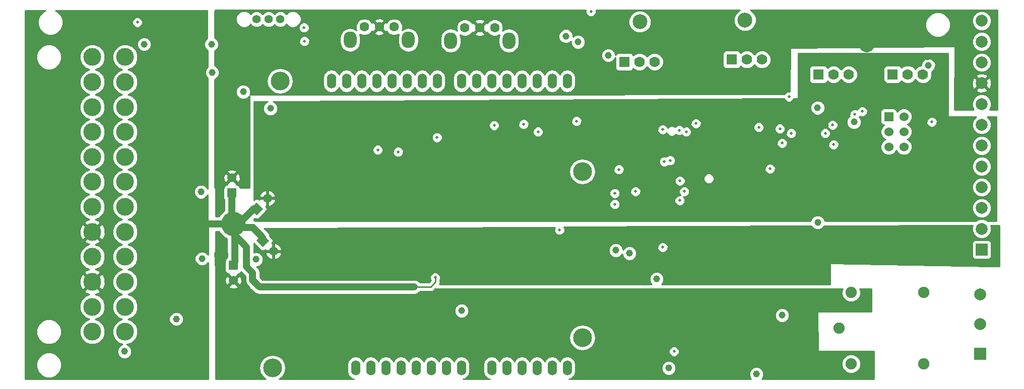
<source format=gbr>
G04 (created by PCBNEW (2013-03-19 BZR 4004)-stable) date 12/19/2013 12:03:06 AM*
%MOIN*%
G04 Gerber Fmt 3.4, Leading zero omitted, Abs format*
%FSLAX34Y34*%
G01*
G70*
G90*
G04 APERTURE LIST*
%ADD10C,0.006*%
%ADD11R,0.06X0.06*%
%ADD12C,0.06*%
%ADD13R,0.0787402X0.0787402*%
%ADD14C,0.0787402*%
%ADD15C,0.075*%
%ADD16C,0.16*%
%ADD17C,0.0984252*%
%ADD18C,0.07*%
%ADD19R,0.07X0.07*%
%ADD20O,0.0866142X0.110236*%
%ADD21C,0.0629921*%
%ADD22C,0.0551181*%
%ADD23O,0.06X0.1*%
%ADD24O,0.125X0.125*%
%ADD25C,0.11811*%
%ADD26C,0.1*%
%ADD27C,0.046*%
%ADD28C,0.02*%
%ADD29C,0.01*%
%ADD30C,0.048*%
G04 APERTURE END LIST*
G54D10*
G54D11*
X78650Y-37650D03*
G54D12*
X79650Y-37650D03*
X78650Y-38650D03*
X79650Y-38650D03*
X78650Y-39650D03*
X79650Y-39650D03*
G54D13*
X84700Y-53350D03*
G54D14*
X84700Y-51381D03*
X84700Y-49412D03*
G54D13*
X84800Y-46450D03*
G54D14*
X84800Y-45072D03*
X84800Y-43694D03*
X84800Y-42316D03*
X84800Y-40938D03*
X84800Y-39560D03*
X84800Y-38182D03*
X84800Y-36804D03*
X84800Y-35426D03*
X84800Y-34048D03*
X84800Y-32670D03*
X84800Y-31292D03*
G54D15*
X75360Y-51660D03*
X76160Y-49300D03*
X80960Y-49300D03*
X80960Y-54020D03*
X76160Y-54020D03*
G54D16*
X35300Y-44750D03*
G54D11*
X35300Y-47500D03*
G54D12*
X35300Y-48500D03*
G54D10*
G36*
X36822Y-45846D02*
X37246Y-45422D01*
X37670Y-45846D01*
X37246Y-46270D01*
X36822Y-45846D01*
X36822Y-45846D01*
G37*
G54D12*
X37953Y-46553D03*
G54D11*
X35200Y-42700D03*
G54D12*
X35200Y-41700D03*
G54D10*
G36*
X36846Y-44177D02*
X36422Y-43753D01*
X36846Y-43329D01*
X37270Y-43753D01*
X36846Y-44177D01*
X36846Y-44177D01*
G37*
G54D12*
X37553Y-43046D03*
G54D17*
X69145Y-31240D03*
X62190Y-31355D03*
G54D18*
X62160Y-34010D03*
X63160Y-34010D03*
G54D19*
X61160Y-34010D03*
G54D18*
X79915Y-34835D03*
X80915Y-34835D03*
G54D19*
X78915Y-34835D03*
G54D18*
X75000Y-34850D03*
X76000Y-34850D03*
G54D19*
X74000Y-34850D03*
G54D18*
X69265Y-33865D03*
X70265Y-33865D03*
G54D19*
X68265Y-33865D03*
G54D20*
X46879Y-32566D03*
X43020Y-32566D03*
G54D21*
X44950Y-31700D03*
X45934Y-31700D03*
X43965Y-31700D03*
G54D20*
X53529Y-32616D03*
X49670Y-32616D03*
G54D21*
X51600Y-31750D03*
X52584Y-31750D03*
X50615Y-31750D03*
G54D22*
X38413Y-31190D03*
X37625Y-31190D03*
X36838Y-31190D03*
G54D23*
X48790Y-35280D03*
X47790Y-35280D03*
X46790Y-35280D03*
X45790Y-35280D03*
X44790Y-35280D03*
X43790Y-35280D03*
X42790Y-35280D03*
X41790Y-35280D03*
X46390Y-54280D03*
X45390Y-54280D03*
X44390Y-54280D03*
X43390Y-54280D03*
X47390Y-54280D03*
X48390Y-54280D03*
X49390Y-54280D03*
X50390Y-54280D03*
X52390Y-54280D03*
X53390Y-54280D03*
X54390Y-54280D03*
X55390Y-54280D03*
X56390Y-54280D03*
X57390Y-54280D03*
X57390Y-35280D03*
X56390Y-35280D03*
X55390Y-35280D03*
X54390Y-35280D03*
X53390Y-35280D03*
X52390Y-35280D03*
X51390Y-35280D03*
X50390Y-35280D03*
G54D24*
X58390Y-52280D03*
X58390Y-41280D03*
X38390Y-35280D03*
X37890Y-54280D03*
G54D25*
X25974Y-51888D03*
X25974Y-50235D03*
X25974Y-48581D03*
X25974Y-46928D03*
X25974Y-45274D03*
X25974Y-43621D03*
X25974Y-41967D03*
X25974Y-40314D03*
X25974Y-38660D03*
X25974Y-37007D03*
X25974Y-35353D03*
X25974Y-33700D03*
X28139Y-51888D03*
X28139Y-50235D03*
X28139Y-48581D03*
X28139Y-46928D03*
X28139Y-45274D03*
X28139Y-43621D03*
X28139Y-41967D03*
X28139Y-40314D03*
X28139Y-38660D03*
X28139Y-37007D03*
X28139Y-35353D03*
X28139Y-33700D03*
G54D26*
X67900Y-37050D03*
X77200Y-32900D03*
X78800Y-32150D03*
X75350Y-32000D03*
X65700Y-33550D03*
X72300Y-49600D03*
X68800Y-51650D03*
X59650Y-37200D03*
X80900Y-39400D03*
X66500Y-40600D03*
G54D27*
X73950Y-44650D03*
X28100Y-53200D03*
X50400Y-50500D03*
X71600Y-50800D03*
X31525Y-51050D03*
X33900Y-34725D03*
G54D28*
X28950Y-31400D03*
G54D27*
X58100Y-32700D03*
X35950Y-36000D03*
X33225Y-47050D03*
X60600Y-46500D03*
X36800Y-47100D03*
G54D28*
X61900Y-42600D03*
X64800Y-38550D03*
X81500Y-38000D03*
G54D27*
X33175Y-42625D03*
X29400Y-32850D03*
X81270Y-34250D03*
X60100Y-33585D03*
X33850Y-32850D03*
X37750Y-37100D03*
G54D28*
X65850Y-41800D03*
X58000Y-37950D03*
X72050Y-36325D03*
X56875Y-45150D03*
X46200Y-39975D03*
X44850Y-39850D03*
X64450Y-53200D03*
X60525Y-43450D03*
X60800Y-41150D03*
X39975Y-31750D03*
X40000Y-32650D03*
X48775Y-39025D03*
X65125Y-42600D03*
X54500Y-38150D03*
X64840Y-41900D03*
X55450Y-38650D03*
X64825Y-43200D03*
X52550Y-38225D03*
X60525Y-42725D03*
G54D27*
X61500Y-46700D03*
X63300Y-48400D03*
G54D28*
X63700Y-46300D03*
X58950Y-30675D03*
G54D27*
X57290Y-32310D03*
G54D28*
X65900Y-38100D03*
X64600Y-36800D03*
X63700Y-38500D03*
X74940Y-38200D03*
G54D27*
X81200Y-33700D03*
X77680Y-34900D03*
X73300Y-36000D03*
G54D28*
X62000Y-38100D03*
X61600Y-39500D03*
X67925Y-40025D03*
X64425Y-42900D03*
G54D27*
X73850Y-43900D03*
G54D28*
X62550Y-39900D03*
G54D27*
X67700Y-41050D03*
G54D28*
X83300Y-38000D03*
G54D27*
X76350Y-40200D03*
X73945Y-37055D03*
X76350Y-38000D03*
X31875Y-36225D03*
G54D28*
X32000Y-31900D03*
G54D27*
X47275Y-48925D03*
G54D28*
X48650Y-48300D03*
G54D27*
X31950Y-39600D03*
X83800Y-46700D03*
X64100Y-46700D03*
X60700Y-48500D03*
X65635Y-31265D03*
X65700Y-35800D03*
G54D28*
X38025Y-32550D03*
G54D27*
X69900Y-49625D03*
G54D28*
X71450Y-38450D03*
X72200Y-38750D03*
X65250Y-38650D03*
X63810Y-40620D03*
X64190Y-40550D03*
X70050Y-38350D03*
X70800Y-41100D03*
X71600Y-39400D03*
X74450Y-38750D03*
X75000Y-39500D03*
X76400Y-37500D03*
X76900Y-37300D03*
G54D27*
X69900Y-54700D03*
X64100Y-54300D03*
X69650Y-53550D03*
X71700Y-51600D03*
G54D29*
X47275Y-48925D02*
X48350Y-48925D01*
X48350Y-48925D02*
X48675Y-48600D01*
G54D30*
X36575Y-48000D02*
X36575Y-48475D01*
X35300Y-44750D02*
X35300Y-45400D01*
X36175Y-47600D02*
X36575Y-48000D01*
X36175Y-46275D02*
X36175Y-47600D01*
X35300Y-45400D02*
X36175Y-46275D01*
X37025Y-48925D02*
X47275Y-48925D01*
X36575Y-48475D02*
X37025Y-48925D01*
G54D29*
X48650Y-48300D02*
X48675Y-48325D01*
X48675Y-48325D02*
X48675Y-48600D01*
G54D30*
X35200Y-42700D02*
X35200Y-44650D01*
X35200Y-44650D02*
X35300Y-44750D01*
X35400Y-47300D02*
X35400Y-44850D01*
X35400Y-44850D02*
X35300Y-44750D01*
X37246Y-45646D02*
X36600Y-45000D01*
X35550Y-45000D02*
X35300Y-44750D01*
X36600Y-45000D02*
X35550Y-45000D01*
X36846Y-43753D02*
X36646Y-43753D01*
X35650Y-44750D02*
X35300Y-44750D01*
X36646Y-43753D02*
X35650Y-44750D01*
X35300Y-44750D02*
X32100Y-44750D01*
X32100Y-44750D02*
X32050Y-44800D01*
G54D10*
G36*
X85849Y-30579D02*
X85825Y-37175D01*
X85447Y-37178D01*
X85447Y-35530D01*
X85443Y-35417D01*
X85443Y-33920D01*
X85443Y-32542D01*
X85443Y-31165D01*
X85346Y-30928D01*
X85165Y-30747D01*
X84928Y-30648D01*
X84672Y-30648D01*
X84435Y-30746D01*
X84254Y-30927D01*
X84156Y-31163D01*
X84156Y-31419D01*
X84253Y-31656D01*
X84434Y-31837D01*
X84671Y-31936D01*
X84927Y-31936D01*
X85164Y-31838D01*
X85345Y-31657D01*
X85443Y-31421D01*
X85443Y-31165D01*
X85443Y-32542D01*
X85346Y-32306D01*
X85165Y-32125D01*
X84928Y-32026D01*
X84672Y-32026D01*
X84435Y-32124D01*
X84254Y-32305D01*
X84156Y-32541D01*
X84156Y-32797D01*
X84253Y-33034D01*
X84434Y-33215D01*
X84671Y-33314D01*
X84927Y-33314D01*
X85164Y-33216D01*
X85345Y-33035D01*
X85443Y-32799D01*
X85443Y-32542D01*
X85443Y-33920D01*
X85346Y-33684D01*
X85165Y-33503D01*
X84928Y-33404D01*
X84672Y-33404D01*
X84435Y-33502D01*
X84254Y-33683D01*
X84156Y-33919D01*
X84156Y-34175D01*
X84253Y-34412D01*
X84434Y-34593D01*
X84671Y-34692D01*
X84927Y-34692D01*
X85164Y-34594D01*
X85345Y-34413D01*
X85443Y-34177D01*
X85443Y-33920D01*
X85443Y-35417D01*
X85438Y-35274D01*
X85358Y-35082D01*
X85253Y-35043D01*
X85183Y-35114D01*
X85183Y-34972D01*
X85144Y-34867D01*
X84904Y-34778D01*
X84648Y-34787D01*
X84455Y-34867D01*
X84416Y-34972D01*
X84800Y-35355D01*
X85183Y-34972D01*
X85183Y-35114D01*
X84870Y-35426D01*
X85253Y-35809D01*
X85358Y-35770D01*
X85447Y-35530D01*
X85447Y-37178D01*
X85335Y-37179D01*
X85345Y-37169D01*
X85443Y-36932D01*
X85443Y-36676D01*
X85346Y-36440D01*
X85183Y-36276D01*
X85183Y-35880D01*
X84800Y-35497D01*
X84729Y-35567D01*
X84729Y-35426D01*
X84346Y-35043D01*
X84241Y-35082D01*
X84152Y-35322D01*
X84161Y-35578D01*
X84241Y-35770D01*
X84346Y-35809D01*
X84729Y-35426D01*
X84729Y-35567D01*
X84416Y-35880D01*
X84455Y-35985D01*
X84695Y-36074D01*
X84951Y-36064D01*
X85144Y-35985D01*
X85183Y-35880D01*
X85183Y-36276D01*
X85165Y-36258D01*
X84928Y-36160D01*
X84672Y-36160D01*
X84435Y-36258D01*
X84254Y-36439D01*
X84156Y-36675D01*
X84156Y-36931D01*
X84253Y-37168D01*
X84274Y-37188D01*
X83000Y-37199D01*
X83025Y-32974D01*
X82740Y-32977D01*
X82740Y-31383D01*
X82613Y-31074D01*
X82376Y-30837D01*
X82067Y-30709D01*
X81733Y-30709D01*
X81424Y-30837D01*
X81187Y-31073D01*
X81059Y-31382D01*
X81059Y-31716D01*
X81187Y-32025D01*
X81423Y-32262D01*
X81732Y-32390D01*
X82066Y-32390D01*
X82375Y-32263D01*
X82612Y-32026D01*
X82740Y-31717D01*
X82740Y-31383D01*
X82740Y-32977D01*
X72125Y-33075D01*
X72101Y-35975D01*
X71980Y-35974D01*
X71852Y-36028D01*
X71753Y-36126D01*
X71743Y-36150D01*
X70865Y-36151D01*
X70865Y-33746D01*
X70773Y-33525D01*
X70605Y-33356D01*
X70384Y-33265D01*
X70146Y-33264D01*
X69925Y-33356D01*
X69764Y-33516D01*
X69605Y-33356D01*
X69384Y-33265D01*
X69146Y-33264D01*
X68925Y-33356D01*
X68850Y-33430D01*
X68827Y-33373D01*
X68756Y-33303D01*
X68664Y-33265D01*
X68565Y-33264D01*
X67865Y-33264D01*
X67773Y-33302D01*
X67703Y-33373D01*
X67665Y-33465D01*
X67664Y-33564D01*
X67664Y-34264D01*
X67702Y-34356D01*
X67773Y-34426D01*
X67865Y-34464D01*
X67964Y-34465D01*
X68664Y-34465D01*
X68756Y-34427D01*
X68826Y-34356D01*
X68850Y-34299D01*
X68924Y-34373D01*
X69145Y-34464D01*
X69383Y-34465D01*
X69604Y-34373D01*
X69765Y-34213D01*
X69924Y-34373D01*
X70145Y-34464D01*
X70383Y-34465D01*
X70604Y-34373D01*
X70773Y-34205D01*
X70864Y-33984D01*
X70865Y-33746D01*
X70865Y-36151D01*
X63760Y-36161D01*
X63760Y-33891D01*
X63668Y-33670D01*
X63500Y-33501D01*
X63279Y-33410D01*
X63041Y-33409D01*
X62932Y-33454D01*
X62932Y-31208D01*
X62819Y-30935D01*
X62610Y-30726D01*
X62338Y-30613D01*
X62043Y-30612D01*
X61770Y-30725D01*
X61561Y-30934D01*
X61448Y-31206D01*
X61447Y-31501D01*
X61560Y-31774D01*
X61769Y-31983D01*
X62041Y-32096D01*
X62336Y-32097D01*
X62609Y-31984D01*
X62818Y-31775D01*
X62931Y-31503D01*
X62932Y-31208D01*
X62932Y-33454D01*
X62820Y-33501D01*
X62659Y-33661D01*
X62500Y-33501D01*
X62279Y-33410D01*
X62041Y-33409D01*
X61820Y-33501D01*
X61745Y-33575D01*
X61722Y-33518D01*
X61651Y-33448D01*
X61559Y-33410D01*
X61460Y-33409D01*
X60760Y-33409D01*
X60668Y-33447D01*
X60598Y-33518D01*
X60580Y-33561D01*
X60580Y-33489D01*
X60507Y-33313D01*
X60372Y-33178D01*
X60195Y-33105D01*
X60004Y-33104D01*
X59828Y-33177D01*
X59693Y-33312D01*
X59620Y-33489D01*
X59619Y-33680D01*
X59692Y-33856D01*
X59827Y-33991D01*
X60004Y-34064D01*
X60195Y-34065D01*
X60371Y-33992D01*
X60506Y-33857D01*
X60559Y-33728D01*
X60559Y-34409D01*
X60597Y-34501D01*
X60668Y-34571D01*
X60760Y-34609D01*
X60859Y-34610D01*
X61559Y-34610D01*
X61651Y-34572D01*
X61721Y-34501D01*
X61745Y-34444D01*
X61819Y-34518D01*
X62040Y-34609D01*
X62278Y-34610D01*
X62499Y-34518D01*
X62660Y-34358D01*
X62819Y-34518D01*
X63040Y-34609D01*
X63278Y-34610D01*
X63499Y-34518D01*
X63668Y-34350D01*
X63759Y-34129D01*
X63760Y-33891D01*
X63760Y-36161D01*
X58580Y-36168D01*
X58580Y-32604D01*
X58507Y-32428D01*
X58372Y-32293D01*
X58195Y-32220D01*
X58004Y-32219D01*
X57828Y-32292D01*
X57769Y-32351D01*
X57770Y-32214D01*
X57697Y-32038D01*
X57562Y-31903D01*
X57385Y-31830D01*
X57194Y-31829D01*
X57018Y-31902D01*
X56883Y-32037D01*
X56810Y-32214D01*
X56809Y-32405D01*
X56882Y-32581D01*
X57017Y-32716D01*
X57194Y-32789D01*
X57385Y-32790D01*
X57561Y-32717D01*
X57620Y-32658D01*
X57619Y-32795D01*
X57692Y-32971D01*
X57827Y-33106D01*
X58004Y-33179D01*
X58195Y-33180D01*
X58371Y-33107D01*
X58506Y-32972D01*
X58579Y-32795D01*
X58580Y-32604D01*
X58580Y-36168D01*
X57940Y-36169D01*
X57940Y-35494D01*
X57940Y-35065D01*
X57898Y-34854D01*
X57778Y-34676D01*
X57600Y-34557D01*
X57390Y-34515D01*
X57179Y-34557D01*
X57001Y-34676D01*
X56890Y-34842D01*
X56778Y-34676D01*
X56600Y-34557D01*
X56390Y-34515D01*
X56179Y-34557D01*
X56001Y-34676D01*
X55890Y-34842D01*
X55778Y-34676D01*
X55600Y-34557D01*
X55390Y-34515D01*
X55179Y-34557D01*
X55001Y-34676D01*
X54890Y-34842D01*
X54778Y-34676D01*
X54600Y-34557D01*
X54390Y-34515D01*
X54212Y-34550D01*
X54212Y-32749D01*
X54212Y-32482D01*
X54160Y-32220D01*
X54012Y-31999D01*
X53790Y-31851D01*
X53529Y-31799D01*
X53267Y-31851D01*
X53110Y-31956D01*
X53149Y-31862D01*
X53149Y-31638D01*
X53063Y-31430D01*
X52904Y-31271D01*
X52697Y-31185D01*
X52472Y-31184D01*
X52264Y-31270D01*
X52105Y-31429D01*
X52094Y-31455D01*
X52093Y-31453D01*
X51996Y-31423D01*
X51926Y-31494D01*
X51926Y-31353D01*
X51896Y-31256D01*
X51685Y-31180D01*
X51460Y-31191D01*
X51303Y-31256D01*
X51273Y-31353D01*
X51600Y-31679D01*
X51926Y-31353D01*
X51926Y-31494D01*
X51670Y-31750D01*
X51996Y-32076D01*
X52093Y-32046D01*
X52094Y-32044D01*
X52105Y-32069D01*
X52263Y-32228D01*
X52471Y-32314D01*
X52696Y-32315D01*
X52895Y-32232D01*
X52846Y-32482D01*
X52846Y-32749D01*
X52898Y-33011D01*
X53046Y-33232D01*
X53267Y-33381D01*
X53529Y-33433D01*
X53790Y-33381D01*
X54012Y-33232D01*
X54160Y-33011D01*
X54212Y-32749D01*
X54212Y-34550D01*
X54179Y-34557D01*
X54001Y-34676D01*
X53890Y-34842D01*
X53778Y-34676D01*
X53600Y-34557D01*
X53390Y-34515D01*
X53179Y-34557D01*
X53001Y-34676D01*
X52890Y-34842D01*
X52778Y-34676D01*
X52600Y-34557D01*
X52390Y-34515D01*
X52179Y-34557D01*
X52001Y-34676D01*
X51926Y-34788D01*
X51926Y-32146D01*
X51600Y-31820D01*
X51529Y-31891D01*
X51529Y-31750D01*
X51203Y-31423D01*
X51106Y-31453D01*
X51105Y-31455D01*
X51094Y-31430D01*
X50936Y-31271D01*
X50728Y-31185D01*
X50503Y-31184D01*
X50296Y-31270D01*
X50137Y-31429D01*
X50050Y-31637D01*
X50050Y-31861D01*
X50089Y-31956D01*
X49932Y-31851D01*
X49670Y-31799D01*
X49409Y-31851D01*
X49187Y-31999D01*
X49039Y-32220D01*
X48987Y-32482D01*
X48987Y-32749D01*
X49039Y-33011D01*
X49187Y-33232D01*
X49409Y-33381D01*
X49670Y-33433D01*
X49932Y-33381D01*
X50153Y-33232D01*
X50301Y-33011D01*
X50353Y-32749D01*
X50353Y-32482D01*
X50304Y-32232D01*
X50502Y-32314D01*
X50727Y-32315D01*
X50935Y-32229D01*
X51094Y-32070D01*
X51105Y-32044D01*
X51106Y-32046D01*
X51203Y-32076D01*
X51529Y-31750D01*
X51529Y-31891D01*
X51273Y-32146D01*
X51303Y-32243D01*
X51514Y-32319D01*
X51739Y-32308D01*
X51896Y-32243D01*
X51926Y-32146D01*
X51926Y-34788D01*
X51890Y-34842D01*
X51778Y-34676D01*
X51600Y-34557D01*
X51390Y-34515D01*
X51179Y-34557D01*
X51001Y-34676D01*
X50890Y-34842D01*
X50778Y-34676D01*
X50600Y-34557D01*
X50390Y-34515D01*
X50179Y-34557D01*
X50001Y-34676D01*
X49881Y-34854D01*
X49840Y-35065D01*
X49840Y-35494D01*
X49881Y-35705D01*
X50001Y-35883D01*
X50179Y-36002D01*
X50390Y-36044D01*
X50600Y-36002D01*
X50778Y-35883D01*
X50890Y-35717D01*
X51001Y-35883D01*
X51179Y-36002D01*
X51390Y-36044D01*
X51600Y-36002D01*
X51778Y-35883D01*
X51890Y-35717D01*
X52001Y-35883D01*
X52179Y-36002D01*
X52390Y-36044D01*
X52600Y-36002D01*
X52778Y-35883D01*
X52890Y-35717D01*
X53001Y-35883D01*
X53179Y-36002D01*
X53390Y-36044D01*
X53600Y-36002D01*
X53778Y-35883D01*
X53890Y-35717D01*
X54001Y-35883D01*
X54179Y-36002D01*
X54390Y-36044D01*
X54600Y-36002D01*
X54778Y-35883D01*
X54890Y-35717D01*
X55001Y-35883D01*
X55179Y-36002D01*
X55390Y-36044D01*
X55600Y-36002D01*
X55778Y-35883D01*
X55890Y-35717D01*
X56001Y-35883D01*
X56179Y-36002D01*
X56390Y-36044D01*
X56600Y-36002D01*
X56778Y-35883D01*
X56890Y-35717D01*
X57001Y-35883D01*
X57179Y-36002D01*
X57390Y-36044D01*
X57600Y-36002D01*
X57778Y-35883D01*
X57898Y-35705D01*
X57940Y-35494D01*
X57940Y-36169D01*
X49340Y-36180D01*
X49340Y-35494D01*
X49340Y-35065D01*
X49298Y-34854D01*
X49178Y-34676D01*
X49000Y-34557D01*
X48790Y-34515D01*
X48579Y-34557D01*
X48401Y-34676D01*
X48290Y-34842D01*
X48178Y-34676D01*
X48000Y-34557D01*
X47790Y-34515D01*
X47579Y-34557D01*
X47562Y-34568D01*
X47562Y-32699D01*
X47562Y-32432D01*
X47510Y-32170D01*
X47362Y-31949D01*
X47140Y-31801D01*
X46879Y-31749D01*
X46617Y-31801D01*
X46460Y-31906D01*
X46499Y-31812D01*
X46499Y-31588D01*
X46413Y-31380D01*
X46254Y-31221D01*
X46047Y-31135D01*
X45822Y-31134D01*
X45614Y-31220D01*
X45455Y-31379D01*
X45444Y-31405D01*
X45443Y-31403D01*
X45346Y-31373D01*
X45276Y-31444D01*
X45276Y-31303D01*
X45246Y-31206D01*
X45035Y-31130D01*
X44810Y-31141D01*
X44653Y-31206D01*
X44623Y-31303D01*
X44950Y-31629D01*
X45276Y-31303D01*
X45276Y-31444D01*
X45020Y-31700D01*
X45346Y-32026D01*
X45443Y-31996D01*
X45444Y-31994D01*
X45455Y-32019D01*
X45613Y-32178D01*
X45821Y-32264D01*
X46046Y-32265D01*
X46245Y-32182D01*
X46196Y-32432D01*
X46196Y-32699D01*
X46248Y-32961D01*
X46396Y-33182D01*
X46617Y-33331D01*
X46879Y-33383D01*
X47140Y-33331D01*
X47362Y-33182D01*
X47510Y-32961D01*
X47562Y-32699D01*
X47562Y-34568D01*
X47401Y-34676D01*
X47290Y-34842D01*
X47178Y-34676D01*
X47000Y-34557D01*
X46790Y-34515D01*
X46579Y-34557D01*
X46401Y-34676D01*
X46290Y-34842D01*
X46178Y-34676D01*
X46000Y-34557D01*
X45790Y-34515D01*
X45579Y-34557D01*
X45401Y-34676D01*
X45290Y-34842D01*
X45276Y-34821D01*
X45276Y-32096D01*
X44950Y-31770D01*
X44879Y-31841D01*
X44879Y-31700D01*
X44553Y-31373D01*
X44456Y-31403D01*
X44455Y-31405D01*
X44444Y-31380D01*
X44286Y-31221D01*
X44078Y-31135D01*
X43853Y-31134D01*
X43646Y-31220D01*
X43487Y-31379D01*
X43400Y-31587D01*
X43400Y-31811D01*
X43439Y-31906D01*
X43282Y-31801D01*
X43020Y-31749D01*
X42759Y-31801D01*
X42537Y-31949D01*
X42389Y-32170D01*
X42337Y-32432D01*
X42337Y-32699D01*
X42389Y-32961D01*
X42537Y-33182D01*
X42759Y-33331D01*
X43020Y-33383D01*
X43282Y-33331D01*
X43503Y-33182D01*
X43651Y-32961D01*
X43703Y-32699D01*
X43703Y-32432D01*
X43654Y-32182D01*
X43852Y-32264D01*
X44077Y-32265D01*
X44285Y-32179D01*
X44444Y-32020D01*
X44455Y-31994D01*
X44456Y-31996D01*
X44553Y-32026D01*
X44879Y-31700D01*
X44879Y-31841D01*
X44623Y-32096D01*
X44653Y-32193D01*
X44864Y-32269D01*
X45089Y-32258D01*
X45246Y-32193D01*
X45276Y-32096D01*
X45276Y-34821D01*
X45178Y-34676D01*
X45000Y-34557D01*
X44790Y-34515D01*
X44579Y-34557D01*
X44401Y-34676D01*
X44290Y-34842D01*
X44178Y-34676D01*
X44000Y-34557D01*
X43790Y-34515D01*
X43579Y-34557D01*
X43401Y-34676D01*
X43290Y-34842D01*
X43178Y-34676D01*
X43000Y-34557D01*
X42790Y-34515D01*
X42579Y-34557D01*
X42401Y-34676D01*
X42290Y-34842D01*
X42178Y-34676D01*
X42000Y-34557D01*
X41790Y-34515D01*
X41579Y-34557D01*
X41401Y-34676D01*
X41281Y-34854D01*
X41240Y-35065D01*
X41240Y-35494D01*
X41281Y-35705D01*
X41401Y-35883D01*
X41579Y-36002D01*
X41790Y-36044D01*
X42000Y-36002D01*
X42178Y-35883D01*
X42290Y-35717D01*
X42401Y-35883D01*
X42579Y-36002D01*
X42790Y-36044D01*
X43000Y-36002D01*
X43178Y-35883D01*
X43290Y-35717D01*
X43401Y-35883D01*
X43579Y-36002D01*
X43790Y-36044D01*
X44000Y-36002D01*
X44178Y-35883D01*
X44290Y-35717D01*
X44401Y-35883D01*
X44579Y-36002D01*
X44790Y-36044D01*
X45000Y-36002D01*
X45178Y-35883D01*
X45290Y-35717D01*
X45401Y-35883D01*
X45579Y-36002D01*
X45790Y-36044D01*
X46000Y-36002D01*
X46178Y-35883D01*
X46290Y-35717D01*
X46401Y-35883D01*
X46579Y-36002D01*
X46790Y-36044D01*
X47000Y-36002D01*
X47178Y-35883D01*
X47290Y-35717D01*
X47401Y-35883D01*
X47579Y-36002D01*
X47790Y-36044D01*
X48000Y-36002D01*
X48178Y-35883D01*
X48290Y-35717D01*
X48401Y-35883D01*
X48579Y-36002D01*
X48790Y-36044D01*
X49000Y-36002D01*
X49178Y-35883D01*
X49298Y-35705D01*
X49340Y-35494D01*
X49340Y-36180D01*
X40350Y-36192D01*
X40350Y-32580D01*
X40325Y-32520D01*
X40325Y-31680D01*
X40271Y-31552D01*
X40173Y-31453D01*
X40044Y-31400D01*
X39905Y-31399D01*
X39785Y-31449D01*
X39785Y-31082D01*
X39702Y-30881D01*
X39549Y-30728D01*
X39348Y-30644D01*
X39132Y-30644D01*
X38931Y-30727D01*
X38812Y-30846D01*
X38711Y-30744D01*
X38518Y-30664D01*
X38309Y-30664D01*
X38115Y-30744D01*
X38019Y-30840D01*
X37923Y-30744D01*
X37730Y-30664D01*
X37521Y-30664D01*
X37328Y-30744D01*
X37232Y-30840D01*
X37136Y-30744D01*
X36943Y-30664D01*
X36734Y-30664D01*
X36541Y-30744D01*
X36438Y-30846D01*
X36320Y-30728D01*
X36120Y-30644D01*
X35903Y-30644D01*
X35703Y-30727D01*
X35549Y-30880D01*
X35466Y-31081D01*
X35466Y-31297D01*
X35549Y-31498D01*
X35702Y-31651D01*
X35902Y-31735D01*
X36119Y-31735D01*
X36320Y-31652D01*
X36439Y-31533D01*
X36540Y-31635D01*
X36733Y-31715D01*
X36942Y-31715D01*
X37135Y-31635D01*
X37232Y-31539D01*
X37327Y-31635D01*
X37520Y-31715D01*
X37729Y-31715D01*
X37923Y-31635D01*
X38019Y-31539D01*
X38115Y-31635D01*
X38308Y-31715D01*
X38517Y-31715D01*
X38710Y-31635D01*
X38812Y-31533D01*
X38930Y-31651D01*
X39131Y-31735D01*
X39347Y-31735D01*
X39548Y-31652D01*
X39701Y-31499D01*
X39785Y-31298D01*
X39785Y-31082D01*
X39785Y-31449D01*
X39777Y-31453D01*
X39678Y-31551D01*
X39625Y-31680D01*
X39624Y-31819D01*
X39678Y-31948D01*
X39776Y-32046D01*
X39905Y-32099D01*
X40044Y-32100D01*
X40173Y-32046D01*
X40271Y-31948D01*
X40324Y-31819D01*
X40325Y-31680D01*
X40325Y-32520D01*
X40296Y-32452D01*
X40198Y-32353D01*
X40069Y-32300D01*
X39930Y-32299D01*
X39802Y-32353D01*
X39703Y-32451D01*
X39650Y-32580D01*
X39649Y-32719D01*
X39703Y-32848D01*
X39801Y-32946D01*
X39930Y-32999D01*
X40069Y-33000D01*
X40198Y-32946D01*
X40296Y-32848D01*
X40349Y-32719D01*
X40350Y-32580D01*
X40350Y-36192D01*
X39282Y-36194D01*
X39282Y-35280D01*
X39215Y-34945D01*
X39025Y-34661D01*
X38741Y-34471D01*
X38407Y-34405D01*
X38372Y-34405D01*
X38038Y-34471D01*
X37754Y-34661D01*
X37564Y-34945D01*
X37497Y-35280D01*
X37564Y-35614D01*
X37754Y-35898D01*
X38038Y-36088D01*
X38372Y-36155D01*
X38407Y-36155D01*
X38741Y-36088D01*
X39025Y-35898D01*
X39215Y-35614D01*
X39282Y-35280D01*
X39282Y-36194D01*
X36387Y-36198D01*
X36429Y-36095D01*
X36430Y-35904D01*
X36357Y-35728D01*
X36222Y-35593D01*
X36045Y-35520D01*
X35854Y-35519D01*
X35678Y-35592D01*
X35543Y-35727D01*
X35470Y-35904D01*
X35469Y-36095D01*
X35542Y-36271D01*
X35677Y-36406D01*
X35854Y-36479D01*
X36045Y-36480D01*
X36221Y-36407D01*
X36350Y-36278D01*
X36350Y-42350D01*
X35754Y-42350D01*
X35754Y-41781D01*
X35743Y-41563D01*
X35681Y-41412D01*
X35585Y-41384D01*
X35515Y-41455D01*
X35515Y-41314D01*
X35487Y-41218D01*
X35281Y-41145D01*
X35063Y-41156D01*
X34912Y-41218D01*
X34884Y-41314D01*
X35200Y-41629D01*
X35515Y-41314D01*
X35515Y-41455D01*
X35270Y-41700D01*
X35585Y-42015D01*
X35681Y-41987D01*
X35754Y-41781D01*
X35754Y-42350D01*
X35749Y-42350D01*
X35712Y-42258D01*
X35641Y-42188D01*
X35549Y-42150D01*
X35496Y-42149D01*
X35515Y-42085D01*
X35200Y-41770D01*
X35129Y-41841D01*
X35129Y-41700D01*
X34814Y-41384D01*
X34718Y-41412D01*
X34645Y-41618D01*
X34656Y-41836D01*
X34718Y-41987D01*
X34814Y-42015D01*
X35129Y-41700D01*
X35129Y-41841D01*
X34884Y-42085D01*
X34903Y-42149D01*
X34850Y-42149D01*
X34758Y-42187D01*
X34688Y-42258D01*
X34650Y-42350D01*
X34649Y-42449D01*
X34649Y-43049D01*
X34687Y-43141D01*
X34710Y-43163D01*
X34710Y-43857D01*
X34706Y-43859D01*
X34410Y-44154D01*
X34366Y-44260D01*
X34124Y-44260D01*
X34121Y-42350D01*
X34050Y-42350D01*
X34050Y-35182D01*
X34171Y-35132D01*
X34306Y-34997D01*
X34379Y-34820D01*
X34380Y-34629D01*
X34307Y-34453D01*
X34172Y-34318D01*
X34050Y-34267D01*
X34050Y-33286D01*
X34121Y-33257D01*
X34256Y-33122D01*
X34329Y-32945D01*
X34330Y-32754D01*
X34257Y-32578D01*
X34122Y-32443D01*
X34050Y-32413D01*
X34050Y-30650D01*
X34100Y-30650D01*
X34100Y-30579D01*
X58610Y-30579D01*
X58600Y-30605D01*
X58599Y-30744D01*
X58653Y-30873D01*
X58751Y-30971D01*
X58880Y-31024D01*
X59019Y-31025D01*
X59148Y-30971D01*
X59246Y-30873D01*
X59299Y-30744D01*
X59300Y-30605D01*
X59289Y-30579D01*
X68800Y-30579D01*
X68725Y-30610D01*
X68516Y-30819D01*
X68403Y-31091D01*
X68402Y-31386D01*
X68515Y-31659D01*
X68724Y-31868D01*
X68996Y-31981D01*
X69291Y-31982D01*
X69564Y-31869D01*
X69773Y-31660D01*
X69886Y-31388D01*
X69887Y-31093D01*
X69774Y-30820D01*
X69565Y-30611D01*
X69489Y-30579D01*
X85849Y-30579D01*
X85849Y-30579D01*
G37*
G54D29*
X85849Y-30579D02*
X85825Y-37175D01*
X85447Y-37178D01*
X85447Y-35530D01*
X85443Y-35417D01*
X85443Y-33920D01*
X85443Y-32542D01*
X85443Y-31165D01*
X85346Y-30928D01*
X85165Y-30747D01*
X84928Y-30648D01*
X84672Y-30648D01*
X84435Y-30746D01*
X84254Y-30927D01*
X84156Y-31163D01*
X84156Y-31419D01*
X84253Y-31656D01*
X84434Y-31837D01*
X84671Y-31936D01*
X84927Y-31936D01*
X85164Y-31838D01*
X85345Y-31657D01*
X85443Y-31421D01*
X85443Y-31165D01*
X85443Y-32542D01*
X85346Y-32306D01*
X85165Y-32125D01*
X84928Y-32026D01*
X84672Y-32026D01*
X84435Y-32124D01*
X84254Y-32305D01*
X84156Y-32541D01*
X84156Y-32797D01*
X84253Y-33034D01*
X84434Y-33215D01*
X84671Y-33314D01*
X84927Y-33314D01*
X85164Y-33216D01*
X85345Y-33035D01*
X85443Y-32799D01*
X85443Y-32542D01*
X85443Y-33920D01*
X85346Y-33684D01*
X85165Y-33503D01*
X84928Y-33404D01*
X84672Y-33404D01*
X84435Y-33502D01*
X84254Y-33683D01*
X84156Y-33919D01*
X84156Y-34175D01*
X84253Y-34412D01*
X84434Y-34593D01*
X84671Y-34692D01*
X84927Y-34692D01*
X85164Y-34594D01*
X85345Y-34413D01*
X85443Y-34177D01*
X85443Y-33920D01*
X85443Y-35417D01*
X85438Y-35274D01*
X85358Y-35082D01*
X85253Y-35043D01*
X85183Y-35114D01*
X85183Y-34972D01*
X85144Y-34867D01*
X84904Y-34778D01*
X84648Y-34787D01*
X84455Y-34867D01*
X84416Y-34972D01*
X84800Y-35355D01*
X85183Y-34972D01*
X85183Y-35114D01*
X84870Y-35426D01*
X85253Y-35809D01*
X85358Y-35770D01*
X85447Y-35530D01*
X85447Y-37178D01*
X85335Y-37179D01*
X85345Y-37169D01*
X85443Y-36932D01*
X85443Y-36676D01*
X85346Y-36440D01*
X85183Y-36276D01*
X85183Y-35880D01*
X84800Y-35497D01*
X84729Y-35567D01*
X84729Y-35426D01*
X84346Y-35043D01*
X84241Y-35082D01*
X84152Y-35322D01*
X84161Y-35578D01*
X84241Y-35770D01*
X84346Y-35809D01*
X84729Y-35426D01*
X84729Y-35567D01*
X84416Y-35880D01*
X84455Y-35985D01*
X84695Y-36074D01*
X84951Y-36064D01*
X85144Y-35985D01*
X85183Y-35880D01*
X85183Y-36276D01*
X85165Y-36258D01*
X84928Y-36160D01*
X84672Y-36160D01*
X84435Y-36258D01*
X84254Y-36439D01*
X84156Y-36675D01*
X84156Y-36931D01*
X84253Y-37168D01*
X84274Y-37188D01*
X83000Y-37199D01*
X83025Y-32974D01*
X82740Y-32977D01*
X82740Y-31383D01*
X82613Y-31074D01*
X82376Y-30837D01*
X82067Y-30709D01*
X81733Y-30709D01*
X81424Y-30837D01*
X81187Y-31073D01*
X81059Y-31382D01*
X81059Y-31716D01*
X81187Y-32025D01*
X81423Y-32262D01*
X81732Y-32390D01*
X82066Y-32390D01*
X82375Y-32263D01*
X82612Y-32026D01*
X82740Y-31717D01*
X82740Y-31383D01*
X82740Y-32977D01*
X72125Y-33075D01*
X72101Y-35975D01*
X71980Y-35974D01*
X71852Y-36028D01*
X71753Y-36126D01*
X71743Y-36150D01*
X70865Y-36151D01*
X70865Y-33746D01*
X70773Y-33525D01*
X70605Y-33356D01*
X70384Y-33265D01*
X70146Y-33264D01*
X69925Y-33356D01*
X69764Y-33516D01*
X69605Y-33356D01*
X69384Y-33265D01*
X69146Y-33264D01*
X68925Y-33356D01*
X68850Y-33430D01*
X68827Y-33373D01*
X68756Y-33303D01*
X68664Y-33265D01*
X68565Y-33264D01*
X67865Y-33264D01*
X67773Y-33302D01*
X67703Y-33373D01*
X67665Y-33465D01*
X67664Y-33564D01*
X67664Y-34264D01*
X67702Y-34356D01*
X67773Y-34426D01*
X67865Y-34464D01*
X67964Y-34465D01*
X68664Y-34465D01*
X68756Y-34427D01*
X68826Y-34356D01*
X68850Y-34299D01*
X68924Y-34373D01*
X69145Y-34464D01*
X69383Y-34465D01*
X69604Y-34373D01*
X69765Y-34213D01*
X69924Y-34373D01*
X70145Y-34464D01*
X70383Y-34465D01*
X70604Y-34373D01*
X70773Y-34205D01*
X70864Y-33984D01*
X70865Y-33746D01*
X70865Y-36151D01*
X63760Y-36161D01*
X63760Y-33891D01*
X63668Y-33670D01*
X63500Y-33501D01*
X63279Y-33410D01*
X63041Y-33409D01*
X62932Y-33454D01*
X62932Y-31208D01*
X62819Y-30935D01*
X62610Y-30726D01*
X62338Y-30613D01*
X62043Y-30612D01*
X61770Y-30725D01*
X61561Y-30934D01*
X61448Y-31206D01*
X61447Y-31501D01*
X61560Y-31774D01*
X61769Y-31983D01*
X62041Y-32096D01*
X62336Y-32097D01*
X62609Y-31984D01*
X62818Y-31775D01*
X62931Y-31503D01*
X62932Y-31208D01*
X62932Y-33454D01*
X62820Y-33501D01*
X62659Y-33661D01*
X62500Y-33501D01*
X62279Y-33410D01*
X62041Y-33409D01*
X61820Y-33501D01*
X61745Y-33575D01*
X61722Y-33518D01*
X61651Y-33448D01*
X61559Y-33410D01*
X61460Y-33409D01*
X60760Y-33409D01*
X60668Y-33447D01*
X60598Y-33518D01*
X60580Y-33561D01*
X60580Y-33489D01*
X60507Y-33313D01*
X60372Y-33178D01*
X60195Y-33105D01*
X60004Y-33104D01*
X59828Y-33177D01*
X59693Y-33312D01*
X59620Y-33489D01*
X59619Y-33680D01*
X59692Y-33856D01*
X59827Y-33991D01*
X60004Y-34064D01*
X60195Y-34065D01*
X60371Y-33992D01*
X60506Y-33857D01*
X60559Y-33728D01*
X60559Y-34409D01*
X60597Y-34501D01*
X60668Y-34571D01*
X60760Y-34609D01*
X60859Y-34610D01*
X61559Y-34610D01*
X61651Y-34572D01*
X61721Y-34501D01*
X61745Y-34444D01*
X61819Y-34518D01*
X62040Y-34609D01*
X62278Y-34610D01*
X62499Y-34518D01*
X62660Y-34358D01*
X62819Y-34518D01*
X63040Y-34609D01*
X63278Y-34610D01*
X63499Y-34518D01*
X63668Y-34350D01*
X63759Y-34129D01*
X63760Y-33891D01*
X63760Y-36161D01*
X58580Y-36168D01*
X58580Y-32604D01*
X58507Y-32428D01*
X58372Y-32293D01*
X58195Y-32220D01*
X58004Y-32219D01*
X57828Y-32292D01*
X57769Y-32351D01*
X57770Y-32214D01*
X57697Y-32038D01*
X57562Y-31903D01*
X57385Y-31830D01*
X57194Y-31829D01*
X57018Y-31902D01*
X56883Y-32037D01*
X56810Y-32214D01*
X56809Y-32405D01*
X56882Y-32581D01*
X57017Y-32716D01*
X57194Y-32789D01*
X57385Y-32790D01*
X57561Y-32717D01*
X57620Y-32658D01*
X57619Y-32795D01*
X57692Y-32971D01*
X57827Y-33106D01*
X58004Y-33179D01*
X58195Y-33180D01*
X58371Y-33107D01*
X58506Y-32972D01*
X58579Y-32795D01*
X58580Y-32604D01*
X58580Y-36168D01*
X57940Y-36169D01*
X57940Y-35494D01*
X57940Y-35065D01*
X57898Y-34854D01*
X57778Y-34676D01*
X57600Y-34557D01*
X57390Y-34515D01*
X57179Y-34557D01*
X57001Y-34676D01*
X56890Y-34842D01*
X56778Y-34676D01*
X56600Y-34557D01*
X56390Y-34515D01*
X56179Y-34557D01*
X56001Y-34676D01*
X55890Y-34842D01*
X55778Y-34676D01*
X55600Y-34557D01*
X55390Y-34515D01*
X55179Y-34557D01*
X55001Y-34676D01*
X54890Y-34842D01*
X54778Y-34676D01*
X54600Y-34557D01*
X54390Y-34515D01*
X54212Y-34550D01*
X54212Y-32749D01*
X54212Y-32482D01*
X54160Y-32220D01*
X54012Y-31999D01*
X53790Y-31851D01*
X53529Y-31799D01*
X53267Y-31851D01*
X53110Y-31956D01*
X53149Y-31862D01*
X53149Y-31638D01*
X53063Y-31430D01*
X52904Y-31271D01*
X52697Y-31185D01*
X52472Y-31184D01*
X52264Y-31270D01*
X52105Y-31429D01*
X52094Y-31455D01*
X52093Y-31453D01*
X51996Y-31423D01*
X51926Y-31494D01*
X51926Y-31353D01*
X51896Y-31256D01*
X51685Y-31180D01*
X51460Y-31191D01*
X51303Y-31256D01*
X51273Y-31353D01*
X51600Y-31679D01*
X51926Y-31353D01*
X51926Y-31494D01*
X51670Y-31750D01*
X51996Y-32076D01*
X52093Y-32046D01*
X52094Y-32044D01*
X52105Y-32069D01*
X52263Y-32228D01*
X52471Y-32314D01*
X52696Y-32315D01*
X52895Y-32232D01*
X52846Y-32482D01*
X52846Y-32749D01*
X52898Y-33011D01*
X53046Y-33232D01*
X53267Y-33381D01*
X53529Y-33433D01*
X53790Y-33381D01*
X54012Y-33232D01*
X54160Y-33011D01*
X54212Y-32749D01*
X54212Y-34550D01*
X54179Y-34557D01*
X54001Y-34676D01*
X53890Y-34842D01*
X53778Y-34676D01*
X53600Y-34557D01*
X53390Y-34515D01*
X53179Y-34557D01*
X53001Y-34676D01*
X52890Y-34842D01*
X52778Y-34676D01*
X52600Y-34557D01*
X52390Y-34515D01*
X52179Y-34557D01*
X52001Y-34676D01*
X51926Y-34788D01*
X51926Y-32146D01*
X51600Y-31820D01*
X51529Y-31891D01*
X51529Y-31750D01*
X51203Y-31423D01*
X51106Y-31453D01*
X51105Y-31455D01*
X51094Y-31430D01*
X50936Y-31271D01*
X50728Y-31185D01*
X50503Y-31184D01*
X50296Y-31270D01*
X50137Y-31429D01*
X50050Y-31637D01*
X50050Y-31861D01*
X50089Y-31956D01*
X49932Y-31851D01*
X49670Y-31799D01*
X49409Y-31851D01*
X49187Y-31999D01*
X49039Y-32220D01*
X48987Y-32482D01*
X48987Y-32749D01*
X49039Y-33011D01*
X49187Y-33232D01*
X49409Y-33381D01*
X49670Y-33433D01*
X49932Y-33381D01*
X50153Y-33232D01*
X50301Y-33011D01*
X50353Y-32749D01*
X50353Y-32482D01*
X50304Y-32232D01*
X50502Y-32314D01*
X50727Y-32315D01*
X50935Y-32229D01*
X51094Y-32070D01*
X51105Y-32044D01*
X51106Y-32046D01*
X51203Y-32076D01*
X51529Y-31750D01*
X51529Y-31891D01*
X51273Y-32146D01*
X51303Y-32243D01*
X51514Y-32319D01*
X51739Y-32308D01*
X51896Y-32243D01*
X51926Y-32146D01*
X51926Y-34788D01*
X51890Y-34842D01*
X51778Y-34676D01*
X51600Y-34557D01*
X51390Y-34515D01*
X51179Y-34557D01*
X51001Y-34676D01*
X50890Y-34842D01*
X50778Y-34676D01*
X50600Y-34557D01*
X50390Y-34515D01*
X50179Y-34557D01*
X50001Y-34676D01*
X49881Y-34854D01*
X49840Y-35065D01*
X49840Y-35494D01*
X49881Y-35705D01*
X50001Y-35883D01*
X50179Y-36002D01*
X50390Y-36044D01*
X50600Y-36002D01*
X50778Y-35883D01*
X50890Y-35717D01*
X51001Y-35883D01*
X51179Y-36002D01*
X51390Y-36044D01*
X51600Y-36002D01*
X51778Y-35883D01*
X51890Y-35717D01*
X52001Y-35883D01*
X52179Y-36002D01*
X52390Y-36044D01*
X52600Y-36002D01*
X52778Y-35883D01*
X52890Y-35717D01*
X53001Y-35883D01*
X53179Y-36002D01*
X53390Y-36044D01*
X53600Y-36002D01*
X53778Y-35883D01*
X53890Y-35717D01*
X54001Y-35883D01*
X54179Y-36002D01*
X54390Y-36044D01*
X54600Y-36002D01*
X54778Y-35883D01*
X54890Y-35717D01*
X55001Y-35883D01*
X55179Y-36002D01*
X55390Y-36044D01*
X55600Y-36002D01*
X55778Y-35883D01*
X55890Y-35717D01*
X56001Y-35883D01*
X56179Y-36002D01*
X56390Y-36044D01*
X56600Y-36002D01*
X56778Y-35883D01*
X56890Y-35717D01*
X57001Y-35883D01*
X57179Y-36002D01*
X57390Y-36044D01*
X57600Y-36002D01*
X57778Y-35883D01*
X57898Y-35705D01*
X57940Y-35494D01*
X57940Y-36169D01*
X49340Y-36180D01*
X49340Y-35494D01*
X49340Y-35065D01*
X49298Y-34854D01*
X49178Y-34676D01*
X49000Y-34557D01*
X48790Y-34515D01*
X48579Y-34557D01*
X48401Y-34676D01*
X48290Y-34842D01*
X48178Y-34676D01*
X48000Y-34557D01*
X47790Y-34515D01*
X47579Y-34557D01*
X47562Y-34568D01*
X47562Y-32699D01*
X47562Y-32432D01*
X47510Y-32170D01*
X47362Y-31949D01*
X47140Y-31801D01*
X46879Y-31749D01*
X46617Y-31801D01*
X46460Y-31906D01*
X46499Y-31812D01*
X46499Y-31588D01*
X46413Y-31380D01*
X46254Y-31221D01*
X46047Y-31135D01*
X45822Y-31134D01*
X45614Y-31220D01*
X45455Y-31379D01*
X45444Y-31405D01*
X45443Y-31403D01*
X45346Y-31373D01*
X45276Y-31444D01*
X45276Y-31303D01*
X45246Y-31206D01*
X45035Y-31130D01*
X44810Y-31141D01*
X44653Y-31206D01*
X44623Y-31303D01*
X44950Y-31629D01*
X45276Y-31303D01*
X45276Y-31444D01*
X45020Y-31700D01*
X45346Y-32026D01*
X45443Y-31996D01*
X45444Y-31994D01*
X45455Y-32019D01*
X45613Y-32178D01*
X45821Y-32264D01*
X46046Y-32265D01*
X46245Y-32182D01*
X46196Y-32432D01*
X46196Y-32699D01*
X46248Y-32961D01*
X46396Y-33182D01*
X46617Y-33331D01*
X46879Y-33383D01*
X47140Y-33331D01*
X47362Y-33182D01*
X47510Y-32961D01*
X47562Y-32699D01*
X47562Y-34568D01*
X47401Y-34676D01*
X47290Y-34842D01*
X47178Y-34676D01*
X47000Y-34557D01*
X46790Y-34515D01*
X46579Y-34557D01*
X46401Y-34676D01*
X46290Y-34842D01*
X46178Y-34676D01*
X46000Y-34557D01*
X45790Y-34515D01*
X45579Y-34557D01*
X45401Y-34676D01*
X45290Y-34842D01*
X45276Y-34821D01*
X45276Y-32096D01*
X44950Y-31770D01*
X44879Y-31841D01*
X44879Y-31700D01*
X44553Y-31373D01*
X44456Y-31403D01*
X44455Y-31405D01*
X44444Y-31380D01*
X44286Y-31221D01*
X44078Y-31135D01*
X43853Y-31134D01*
X43646Y-31220D01*
X43487Y-31379D01*
X43400Y-31587D01*
X43400Y-31811D01*
X43439Y-31906D01*
X43282Y-31801D01*
X43020Y-31749D01*
X42759Y-31801D01*
X42537Y-31949D01*
X42389Y-32170D01*
X42337Y-32432D01*
X42337Y-32699D01*
X42389Y-32961D01*
X42537Y-33182D01*
X42759Y-33331D01*
X43020Y-33383D01*
X43282Y-33331D01*
X43503Y-33182D01*
X43651Y-32961D01*
X43703Y-32699D01*
X43703Y-32432D01*
X43654Y-32182D01*
X43852Y-32264D01*
X44077Y-32265D01*
X44285Y-32179D01*
X44444Y-32020D01*
X44455Y-31994D01*
X44456Y-31996D01*
X44553Y-32026D01*
X44879Y-31700D01*
X44879Y-31841D01*
X44623Y-32096D01*
X44653Y-32193D01*
X44864Y-32269D01*
X45089Y-32258D01*
X45246Y-32193D01*
X45276Y-32096D01*
X45276Y-34821D01*
X45178Y-34676D01*
X45000Y-34557D01*
X44790Y-34515D01*
X44579Y-34557D01*
X44401Y-34676D01*
X44290Y-34842D01*
X44178Y-34676D01*
X44000Y-34557D01*
X43790Y-34515D01*
X43579Y-34557D01*
X43401Y-34676D01*
X43290Y-34842D01*
X43178Y-34676D01*
X43000Y-34557D01*
X42790Y-34515D01*
X42579Y-34557D01*
X42401Y-34676D01*
X42290Y-34842D01*
X42178Y-34676D01*
X42000Y-34557D01*
X41790Y-34515D01*
X41579Y-34557D01*
X41401Y-34676D01*
X41281Y-34854D01*
X41240Y-35065D01*
X41240Y-35494D01*
X41281Y-35705D01*
X41401Y-35883D01*
X41579Y-36002D01*
X41790Y-36044D01*
X42000Y-36002D01*
X42178Y-35883D01*
X42290Y-35717D01*
X42401Y-35883D01*
X42579Y-36002D01*
X42790Y-36044D01*
X43000Y-36002D01*
X43178Y-35883D01*
X43290Y-35717D01*
X43401Y-35883D01*
X43579Y-36002D01*
X43790Y-36044D01*
X44000Y-36002D01*
X44178Y-35883D01*
X44290Y-35717D01*
X44401Y-35883D01*
X44579Y-36002D01*
X44790Y-36044D01*
X45000Y-36002D01*
X45178Y-35883D01*
X45290Y-35717D01*
X45401Y-35883D01*
X45579Y-36002D01*
X45790Y-36044D01*
X46000Y-36002D01*
X46178Y-35883D01*
X46290Y-35717D01*
X46401Y-35883D01*
X46579Y-36002D01*
X46790Y-36044D01*
X47000Y-36002D01*
X47178Y-35883D01*
X47290Y-35717D01*
X47401Y-35883D01*
X47579Y-36002D01*
X47790Y-36044D01*
X48000Y-36002D01*
X48178Y-35883D01*
X48290Y-35717D01*
X48401Y-35883D01*
X48579Y-36002D01*
X48790Y-36044D01*
X49000Y-36002D01*
X49178Y-35883D01*
X49298Y-35705D01*
X49340Y-35494D01*
X49340Y-36180D01*
X40350Y-36192D01*
X40350Y-32580D01*
X40325Y-32520D01*
X40325Y-31680D01*
X40271Y-31552D01*
X40173Y-31453D01*
X40044Y-31400D01*
X39905Y-31399D01*
X39785Y-31449D01*
X39785Y-31082D01*
X39702Y-30881D01*
X39549Y-30728D01*
X39348Y-30644D01*
X39132Y-30644D01*
X38931Y-30727D01*
X38812Y-30846D01*
X38711Y-30744D01*
X38518Y-30664D01*
X38309Y-30664D01*
X38115Y-30744D01*
X38019Y-30840D01*
X37923Y-30744D01*
X37730Y-30664D01*
X37521Y-30664D01*
X37328Y-30744D01*
X37232Y-30840D01*
X37136Y-30744D01*
X36943Y-30664D01*
X36734Y-30664D01*
X36541Y-30744D01*
X36438Y-30846D01*
X36320Y-30728D01*
X36120Y-30644D01*
X35903Y-30644D01*
X35703Y-30727D01*
X35549Y-30880D01*
X35466Y-31081D01*
X35466Y-31297D01*
X35549Y-31498D01*
X35702Y-31651D01*
X35902Y-31735D01*
X36119Y-31735D01*
X36320Y-31652D01*
X36439Y-31533D01*
X36540Y-31635D01*
X36733Y-31715D01*
X36942Y-31715D01*
X37135Y-31635D01*
X37232Y-31539D01*
X37327Y-31635D01*
X37520Y-31715D01*
X37729Y-31715D01*
X37923Y-31635D01*
X38019Y-31539D01*
X38115Y-31635D01*
X38308Y-31715D01*
X38517Y-31715D01*
X38710Y-31635D01*
X38812Y-31533D01*
X38930Y-31651D01*
X39131Y-31735D01*
X39347Y-31735D01*
X39548Y-31652D01*
X39701Y-31499D01*
X39785Y-31298D01*
X39785Y-31082D01*
X39785Y-31449D01*
X39777Y-31453D01*
X39678Y-31551D01*
X39625Y-31680D01*
X39624Y-31819D01*
X39678Y-31948D01*
X39776Y-32046D01*
X39905Y-32099D01*
X40044Y-32100D01*
X40173Y-32046D01*
X40271Y-31948D01*
X40324Y-31819D01*
X40325Y-31680D01*
X40325Y-32520D01*
X40296Y-32452D01*
X40198Y-32353D01*
X40069Y-32300D01*
X39930Y-32299D01*
X39802Y-32353D01*
X39703Y-32451D01*
X39650Y-32580D01*
X39649Y-32719D01*
X39703Y-32848D01*
X39801Y-32946D01*
X39930Y-32999D01*
X40069Y-33000D01*
X40198Y-32946D01*
X40296Y-32848D01*
X40349Y-32719D01*
X40350Y-32580D01*
X40350Y-36192D01*
X39282Y-36194D01*
X39282Y-35280D01*
X39215Y-34945D01*
X39025Y-34661D01*
X38741Y-34471D01*
X38407Y-34405D01*
X38372Y-34405D01*
X38038Y-34471D01*
X37754Y-34661D01*
X37564Y-34945D01*
X37497Y-35280D01*
X37564Y-35614D01*
X37754Y-35898D01*
X38038Y-36088D01*
X38372Y-36155D01*
X38407Y-36155D01*
X38741Y-36088D01*
X39025Y-35898D01*
X39215Y-35614D01*
X39282Y-35280D01*
X39282Y-36194D01*
X36387Y-36198D01*
X36429Y-36095D01*
X36430Y-35904D01*
X36357Y-35728D01*
X36222Y-35593D01*
X36045Y-35520D01*
X35854Y-35519D01*
X35678Y-35592D01*
X35543Y-35727D01*
X35470Y-35904D01*
X35469Y-36095D01*
X35542Y-36271D01*
X35677Y-36406D01*
X35854Y-36479D01*
X36045Y-36480D01*
X36221Y-36407D01*
X36350Y-36278D01*
X36350Y-42350D01*
X35754Y-42350D01*
X35754Y-41781D01*
X35743Y-41563D01*
X35681Y-41412D01*
X35585Y-41384D01*
X35515Y-41455D01*
X35515Y-41314D01*
X35487Y-41218D01*
X35281Y-41145D01*
X35063Y-41156D01*
X34912Y-41218D01*
X34884Y-41314D01*
X35200Y-41629D01*
X35515Y-41314D01*
X35515Y-41455D01*
X35270Y-41700D01*
X35585Y-42015D01*
X35681Y-41987D01*
X35754Y-41781D01*
X35754Y-42350D01*
X35749Y-42350D01*
X35712Y-42258D01*
X35641Y-42188D01*
X35549Y-42150D01*
X35496Y-42149D01*
X35515Y-42085D01*
X35200Y-41770D01*
X35129Y-41841D01*
X35129Y-41700D01*
X34814Y-41384D01*
X34718Y-41412D01*
X34645Y-41618D01*
X34656Y-41836D01*
X34718Y-41987D01*
X34814Y-42015D01*
X35129Y-41700D01*
X35129Y-41841D01*
X34884Y-42085D01*
X34903Y-42149D01*
X34850Y-42149D01*
X34758Y-42187D01*
X34688Y-42258D01*
X34650Y-42350D01*
X34649Y-42449D01*
X34649Y-43049D01*
X34687Y-43141D01*
X34710Y-43163D01*
X34710Y-43857D01*
X34706Y-43859D01*
X34410Y-44154D01*
X34366Y-44260D01*
X34124Y-44260D01*
X34121Y-42350D01*
X34050Y-42350D01*
X34050Y-35182D01*
X34171Y-35132D01*
X34306Y-34997D01*
X34379Y-34820D01*
X34380Y-34629D01*
X34307Y-34453D01*
X34172Y-34318D01*
X34050Y-34267D01*
X34050Y-33286D01*
X34121Y-33257D01*
X34256Y-33122D01*
X34329Y-32945D01*
X34330Y-32754D01*
X34257Y-32578D01*
X34122Y-32443D01*
X34050Y-32413D01*
X34050Y-30650D01*
X34100Y-30650D01*
X34100Y-30579D01*
X58610Y-30579D01*
X58600Y-30605D01*
X58599Y-30744D01*
X58653Y-30873D01*
X58751Y-30971D01*
X58880Y-31024D01*
X59019Y-31025D01*
X59148Y-30971D01*
X59246Y-30873D01*
X59299Y-30744D01*
X59300Y-30605D01*
X59289Y-30579D01*
X68800Y-30579D01*
X68725Y-30610D01*
X68516Y-30819D01*
X68403Y-31091D01*
X68402Y-31386D01*
X68515Y-31659D01*
X68724Y-31868D01*
X68996Y-31981D01*
X69291Y-31982D01*
X69564Y-31869D01*
X69773Y-31660D01*
X69886Y-31388D01*
X69887Y-31093D01*
X69774Y-30820D01*
X69565Y-30611D01*
X69489Y-30579D01*
X85849Y-30579D01*
G54D10*
G36*
X33649Y-55020D02*
X32005Y-55020D01*
X32005Y-50954D01*
X31932Y-50778D01*
X31797Y-50643D01*
X31620Y-50570D01*
X31429Y-50569D01*
X31253Y-50642D01*
X31118Y-50777D01*
X31045Y-50954D01*
X31044Y-51145D01*
X31117Y-51321D01*
X31252Y-51456D01*
X31429Y-51529D01*
X31620Y-51530D01*
X31796Y-51457D01*
X31931Y-51322D01*
X32004Y-51145D01*
X32005Y-50954D01*
X32005Y-55020D01*
X29880Y-55020D01*
X29880Y-32754D01*
X29807Y-32578D01*
X29672Y-32443D01*
X29495Y-32370D01*
X29304Y-32369D01*
X29300Y-32371D01*
X29300Y-31330D01*
X29246Y-31202D01*
X29148Y-31103D01*
X29019Y-31050D01*
X28880Y-31049D01*
X28752Y-31103D01*
X28653Y-31201D01*
X28600Y-31330D01*
X28599Y-31469D01*
X28653Y-31598D01*
X28751Y-31696D01*
X28880Y-31749D01*
X29019Y-31750D01*
X29148Y-31696D01*
X29246Y-31598D01*
X29299Y-31469D01*
X29300Y-31330D01*
X29300Y-32371D01*
X29128Y-32442D01*
X28993Y-32577D01*
X28920Y-32754D01*
X28919Y-32945D01*
X28992Y-33121D01*
X29127Y-33256D01*
X29304Y-33329D01*
X29495Y-33330D01*
X29671Y-33257D01*
X29806Y-33122D01*
X29879Y-32945D01*
X29880Y-32754D01*
X29880Y-55020D01*
X28980Y-55020D01*
X28980Y-51722D01*
X28852Y-51413D01*
X28616Y-51176D01*
X28339Y-51062D01*
X28614Y-50948D01*
X28851Y-50712D01*
X28979Y-50403D01*
X28980Y-50068D01*
X28852Y-49759D01*
X28616Y-49523D01*
X28339Y-49408D01*
X28614Y-49294D01*
X28851Y-49058D01*
X28979Y-48749D01*
X28980Y-48415D01*
X28852Y-48106D01*
X28616Y-47869D01*
X28339Y-47754D01*
X28614Y-47641D01*
X28851Y-47405D01*
X28979Y-47096D01*
X28980Y-46761D01*
X28852Y-46452D01*
X28616Y-46216D01*
X28339Y-46101D01*
X28614Y-45987D01*
X28851Y-45751D01*
X28979Y-45442D01*
X28980Y-45108D01*
X28852Y-44799D01*
X28616Y-44562D01*
X28339Y-44447D01*
X28614Y-44334D01*
X28851Y-44098D01*
X28979Y-43789D01*
X28980Y-43454D01*
X28852Y-43145D01*
X28616Y-42909D01*
X28339Y-42794D01*
X28614Y-42680D01*
X28851Y-42444D01*
X28979Y-42135D01*
X28980Y-41801D01*
X28852Y-41492D01*
X28616Y-41255D01*
X28339Y-41140D01*
X28614Y-41027D01*
X28851Y-40790D01*
X28979Y-40482D01*
X28980Y-40147D01*
X28852Y-39838D01*
X28616Y-39602D01*
X28339Y-39487D01*
X28614Y-39373D01*
X28851Y-39137D01*
X28979Y-38828D01*
X28980Y-38494D01*
X28852Y-38185D01*
X28616Y-37948D01*
X28339Y-37833D01*
X28614Y-37720D01*
X28851Y-37483D01*
X28979Y-37175D01*
X28980Y-36840D01*
X28852Y-36531D01*
X28616Y-36294D01*
X28339Y-36180D01*
X28614Y-36066D01*
X28851Y-35830D01*
X28979Y-35521D01*
X28980Y-35187D01*
X28852Y-34878D01*
X28616Y-34641D01*
X28339Y-34526D01*
X28614Y-34413D01*
X28851Y-34176D01*
X28979Y-33867D01*
X28980Y-33533D01*
X28852Y-33224D01*
X28616Y-32987D01*
X28307Y-32859D01*
X27972Y-32859D01*
X27663Y-32987D01*
X27427Y-33223D01*
X27298Y-33532D01*
X27298Y-33866D01*
X27426Y-34175D01*
X27662Y-34412D01*
X27938Y-34526D01*
X27663Y-34640D01*
X27427Y-34876D01*
X27298Y-35185D01*
X27298Y-35520D01*
X27426Y-35829D01*
X27662Y-36065D01*
X27938Y-36180D01*
X27663Y-36294D01*
X27427Y-36530D01*
X27298Y-36839D01*
X27298Y-37173D01*
X27426Y-37482D01*
X27662Y-37719D01*
X27938Y-37833D01*
X27663Y-37947D01*
X27427Y-38183D01*
X27298Y-38492D01*
X27298Y-38827D01*
X27426Y-39136D01*
X27662Y-39372D01*
X27938Y-39487D01*
X27663Y-39601D01*
X27427Y-39837D01*
X27298Y-40146D01*
X27298Y-40480D01*
X27426Y-40789D01*
X27662Y-41026D01*
X27938Y-41141D01*
X27663Y-41254D01*
X27427Y-41490D01*
X27298Y-41799D01*
X27298Y-42134D01*
X27426Y-42443D01*
X27662Y-42679D01*
X27938Y-42794D01*
X27663Y-42908D01*
X27427Y-43144D01*
X27298Y-43453D01*
X27298Y-43787D01*
X27426Y-44096D01*
X27662Y-44333D01*
X27938Y-44448D01*
X27663Y-44561D01*
X27427Y-44798D01*
X27298Y-45106D01*
X27298Y-45441D01*
X27426Y-45750D01*
X27662Y-45986D01*
X27938Y-46101D01*
X27663Y-46215D01*
X27427Y-46451D01*
X27298Y-46760D01*
X27298Y-47094D01*
X27426Y-47403D01*
X27662Y-47640D01*
X27938Y-47755D01*
X27663Y-47868D01*
X27427Y-48105D01*
X27298Y-48413D01*
X27298Y-48748D01*
X27426Y-49057D01*
X27662Y-49294D01*
X27938Y-49408D01*
X27663Y-49522D01*
X27427Y-49758D01*
X27298Y-50067D01*
X27298Y-50401D01*
X27426Y-50710D01*
X27662Y-50947D01*
X27938Y-51062D01*
X27663Y-51175D01*
X27427Y-51412D01*
X27298Y-51721D01*
X27298Y-52055D01*
X27426Y-52364D01*
X27662Y-52601D01*
X27971Y-52729D01*
X27982Y-52729D01*
X27828Y-52792D01*
X27693Y-52927D01*
X27620Y-53104D01*
X27619Y-53295D01*
X27692Y-53471D01*
X27827Y-53606D01*
X28004Y-53679D01*
X28195Y-53680D01*
X28371Y-53607D01*
X28506Y-53472D01*
X28579Y-53295D01*
X28580Y-53104D01*
X28507Y-52928D01*
X28372Y-52793D01*
X28218Y-52729D01*
X28305Y-52729D01*
X28614Y-52601D01*
X28851Y-52365D01*
X28979Y-52056D01*
X28980Y-51722D01*
X28980Y-55020D01*
X26817Y-55020D01*
X26817Y-48732D01*
X26817Y-45425D01*
X26814Y-45274D01*
X26814Y-43454D01*
X26687Y-43145D01*
X26450Y-42909D01*
X26174Y-42794D01*
X26449Y-42680D01*
X26686Y-42444D01*
X26814Y-42135D01*
X26814Y-41801D01*
X26687Y-41492D01*
X26450Y-41255D01*
X26174Y-41140D01*
X26449Y-41027D01*
X26686Y-40790D01*
X26814Y-40482D01*
X26814Y-40147D01*
X26687Y-39838D01*
X26450Y-39602D01*
X26174Y-39487D01*
X26449Y-39373D01*
X26686Y-39137D01*
X26814Y-38828D01*
X26814Y-38494D01*
X26687Y-38185D01*
X26450Y-37948D01*
X26174Y-37833D01*
X26449Y-37720D01*
X26686Y-37483D01*
X26814Y-37175D01*
X26814Y-36840D01*
X26687Y-36531D01*
X26450Y-36294D01*
X26174Y-36180D01*
X26449Y-36066D01*
X26686Y-35830D01*
X26814Y-35521D01*
X26814Y-35187D01*
X26687Y-34878D01*
X26450Y-34641D01*
X26174Y-34526D01*
X26449Y-34413D01*
X26686Y-34176D01*
X26814Y-33867D01*
X26814Y-33533D01*
X26687Y-33224D01*
X26450Y-32987D01*
X26141Y-32859D01*
X25807Y-32859D01*
X25498Y-32987D01*
X25261Y-33223D01*
X25133Y-33532D01*
X25133Y-33866D01*
X25261Y-34175D01*
X25497Y-34412D01*
X25773Y-34526D01*
X25498Y-34640D01*
X25261Y-34876D01*
X25133Y-35185D01*
X25133Y-35520D01*
X25261Y-35829D01*
X25497Y-36065D01*
X25773Y-36180D01*
X25498Y-36294D01*
X25261Y-36530D01*
X25133Y-36839D01*
X25133Y-37173D01*
X25261Y-37482D01*
X25497Y-37719D01*
X25773Y-37833D01*
X25498Y-37947D01*
X25261Y-38183D01*
X25133Y-38492D01*
X25133Y-38827D01*
X25261Y-39136D01*
X25497Y-39372D01*
X25773Y-39487D01*
X25498Y-39601D01*
X25261Y-39837D01*
X25133Y-40146D01*
X25133Y-40480D01*
X25261Y-40789D01*
X25497Y-41026D01*
X25773Y-41141D01*
X25498Y-41254D01*
X25261Y-41490D01*
X25133Y-41799D01*
X25133Y-42134D01*
X25261Y-42443D01*
X25497Y-42679D01*
X25773Y-42794D01*
X25498Y-42908D01*
X25261Y-43144D01*
X25133Y-43453D01*
X25133Y-43787D01*
X25261Y-44096D01*
X25497Y-44333D01*
X25769Y-44446D01*
X25511Y-44553D01*
X25448Y-44678D01*
X25974Y-45204D01*
X26499Y-44678D01*
X26436Y-44553D01*
X26171Y-44449D01*
X26449Y-44334D01*
X26686Y-44098D01*
X26814Y-43789D01*
X26814Y-43454D01*
X26814Y-45274D01*
X26811Y-45091D01*
X26695Y-44812D01*
X26570Y-44749D01*
X26044Y-45274D01*
X26570Y-45800D01*
X26695Y-45737D01*
X26817Y-45425D01*
X26817Y-48732D01*
X26814Y-48581D01*
X26814Y-46761D01*
X26687Y-46452D01*
X26450Y-46216D01*
X26178Y-46103D01*
X26436Y-45996D01*
X26499Y-45870D01*
X25974Y-45345D01*
X25903Y-45416D01*
X25903Y-45274D01*
X25377Y-44749D01*
X25252Y-44812D01*
X25130Y-45123D01*
X25136Y-45458D01*
X25252Y-45737D01*
X25377Y-45800D01*
X25903Y-45274D01*
X25903Y-45416D01*
X25448Y-45870D01*
X25511Y-45996D01*
X25776Y-46100D01*
X25498Y-46215D01*
X25261Y-46451D01*
X25133Y-46760D01*
X25133Y-47094D01*
X25261Y-47403D01*
X25497Y-47640D01*
X25769Y-47753D01*
X25511Y-47860D01*
X25448Y-47985D01*
X25974Y-48511D01*
X26499Y-47985D01*
X26436Y-47860D01*
X26171Y-47756D01*
X26449Y-47641D01*
X26686Y-47405D01*
X26814Y-47096D01*
X26814Y-46761D01*
X26814Y-48581D01*
X26811Y-48398D01*
X26695Y-48119D01*
X26570Y-48056D01*
X26044Y-48581D01*
X26570Y-49107D01*
X26695Y-49044D01*
X26817Y-48732D01*
X26817Y-55020D01*
X26814Y-55020D01*
X26814Y-51722D01*
X26687Y-51413D01*
X26450Y-51176D01*
X26174Y-51062D01*
X26449Y-50948D01*
X26686Y-50712D01*
X26814Y-50403D01*
X26814Y-50068D01*
X26687Y-49759D01*
X26450Y-49523D01*
X26178Y-49410D01*
X26436Y-49303D01*
X26499Y-49177D01*
X25974Y-48652D01*
X25903Y-48723D01*
X25903Y-48581D01*
X25377Y-48056D01*
X25252Y-48119D01*
X25130Y-48430D01*
X25136Y-48765D01*
X25252Y-49044D01*
X25377Y-49107D01*
X25903Y-48581D01*
X25903Y-48723D01*
X25448Y-49177D01*
X25511Y-49303D01*
X25776Y-49407D01*
X25498Y-49522D01*
X25261Y-49758D01*
X25133Y-50067D01*
X25133Y-50401D01*
X25261Y-50710D01*
X25497Y-50947D01*
X25773Y-51062D01*
X25498Y-51175D01*
X25261Y-51412D01*
X25133Y-51721D01*
X25133Y-52055D01*
X25261Y-52364D01*
X25497Y-52601D01*
X25806Y-52729D01*
X26140Y-52729D01*
X26449Y-52601D01*
X26686Y-52365D01*
X26814Y-52056D01*
X26814Y-51722D01*
X26814Y-55020D01*
X23940Y-55020D01*
X23940Y-53933D01*
X23940Y-51722D01*
X23940Y-33533D01*
X23813Y-33224D01*
X23576Y-32987D01*
X23267Y-32859D01*
X22933Y-32859D01*
X22624Y-32987D01*
X22387Y-33223D01*
X22259Y-33532D01*
X22259Y-33866D01*
X22387Y-34175D01*
X22623Y-34412D01*
X22932Y-34540D01*
X23266Y-34540D01*
X23575Y-34413D01*
X23812Y-34176D01*
X23940Y-33867D01*
X23940Y-33533D01*
X23940Y-51722D01*
X23813Y-51413D01*
X23576Y-51176D01*
X23267Y-51048D01*
X22933Y-51048D01*
X22624Y-51175D01*
X22387Y-51412D01*
X22259Y-51721D01*
X22259Y-52055D01*
X22387Y-52364D01*
X22623Y-52601D01*
X22932Y-52729D01*
X23266Y-52729D01*
X23575Y-52601D01*
X23812Y-52365D01*
X23940Y-52056D01*
X23940Y-51722D01*
X23940Y-53933D01*
X23813Y-53624D01*
X23576Y-53387D01*
X23267Y-53259D01*
X22933Y-53259D01*
X22624Y-53387D01*
X22387Y-53623D01*
X22259Y-53932D01*
X22259Y-54266D01*
X22387Y-54575D01*
X22623Y-54812D01*
X22932Y-54940D01*
X23266Y-54940D01*
X23575Y-54813D01*
X23812Y-54576D01*
X23940Y-54267D01*
X23940Y-53933D01*
X23940Y-55020D01*
X21529Y-55020D01*
X21529Y-30625D01*
X22874Y-30625D01*
X22724Y-30687D01*
X22487Y-30923D01*
X22359Y-31232D01*
X22359Y-31566D01*
X22487Y-31875D01*
X22723Y-32112D01*
X23032Y-32240D01*
X23366Y-32240D01*
X23675Y-32113D01*
X23912Y-31876D01*
X24040Y-31567D01*
X24040Y-31233D01*
X23913Y-30924D01*
X23676Y-30687D01*
X23525Y-30625D01*
X33575Y-30625D01*
X33580Y-32441D01*
X33578Y-32442D01*
X33443Y-32577D01*
X33370Y-32754D01*
X33369Y-32945D01*
X33442Y-33121D01*
X33577Y-33256D01*
X33583Y-33258D01*
X33586Y-34359D01*
X33493Y-34452D01*
X33420Y-34629D01*
X33419Y-34820D01*
X33492Y-34996D01*
X33588Y-35092D01*
X33611Y-42423D01*
X33582Y-42353D01*
X33447Y-42218D01*
X33270Y-42145D01*
X33079Y-42144D01*
X32903Y-42217D01*
X32768Y-42352D01*
X32695Y-42529D01*
X32694Y-42720D01*
X32767Y-42896D01*
X32902Y-43031D01*
X33079Y-43104D01*
X33270Y-43105D01*
X33446Y-43032D01*
X33581Y-42897D01*
X33612Y-42823D01*
X33624Y-46770D01*
X33497Y-46643D01*
X33320Y-46570D01*
X33129Y-46569D01*
X32953Y-46642D01*
X32818Y-46777D01*
X32745Y-46954D01*
X32744Y-47145D01*
X32817Y-47321D01*
X32952Y-47456D01*
X33129Y-47529D01*
X33320Y-47530D01*
X33496Y-47457D01*
X33626Y-47327D01*
X33649Y-55020D01*
X33649Y-55020D01*
G37*
G54D29*
X33649Y-55020D02*
X32005Y-55020D01*
X32005Y-50954D01*
X31932Y-50778D01*
X31797Y-50643D01*
X31620Y-50570D01*
X31429Y-50569D01*
X31253Y-50642D01*
X31118Y-50777D01*
X31045Y-50954D01*
X31044Y-51145D01*
X31117Y-51321D01*
X31252Y-51456D01*
X31429Y-51529D01*
X31620Y-51530D01*
X31796Y-51457D01*
X31931Y-51322D01*
X32004Y-51145D01*
X32005Y-50954D01*
X32005Y-55020D01*
X29880Y-55020D01*
X29880Y-32754D01*
X29807Y-32578D01*
X29672Y-32443D01*
X29495Y-32370D01*
X29304Y-32369D01*
X29300Y-32371D01*
X29300Y-31330D01*
X29246Y-31202D01*
X29148Y-31103D01*
X29019Y-31050D01*
X28880Y-31049D01*
X28752Y-31103D01*
X28653Y-31201D01*
X28600Y-31330D01*
X28599Y-31469D01*
X28653Y-31598D01*
X28751Y-31696D01*
X28880Y-31749D01*
X29019Y-31750D01*
X29148Y-31696D01*
X29246Y-31598D01*
X29299Y-31469D01*
X29300Y-31330D01*
X29300Y-32371D01*
X29128Y-32442D01*
X28993Y-32577D01*
X28920Y-32754D01*
X28919Y-32945D01*
X28992Y-33121D01*
X29127Y-33256D01*
X29304Y-33329D01*
X29495Y-33330D01*
X29671Y-33257D01*
X29806Y-33122D01*
X29879Y-32945D01*
X29880Y-32754D01*
X29880Y-55020D01*
X28980Y-55020D01*
X28980Y-51722D01*
X28852Y-51413D01*
X28616Y-51176D01*
X28339Y-51062D01*
X28614Y-50948D01*
X28851Y-50712D01*
X28979Y-50403D01*
X28980Y-50068D01*
X28852Y-49759D01*
X28616Y-49523D01*
X28339Y-49408D01*
X28614Y-49294D01*
X28851Y-49058D01*
X28979Y-48749D01*
X28980Y-48415D01*
X28852Y-48106D01*
X28616Y-47869D01*
X28339Y-47754D01*
X28614Y-47641D01*
X28851Y-47405D01*
X28979Y-47096D01*
X28980Y-46761D01*
X28852Y-46452D01*
X28616Y-46216D01*
X28339Y-46101D01*
X28614Y-45987D01*
X28851Y-45751D01*
X28979Y-45442D01*
X28980Y-45108D01*
X28852Y-44799D01*
X28616Y-44562D01*
X28339Y-44447D01*
X28614Y-44334D01*
X28851Y-44098D01*
X28979Y-43789D01*
X28980Y-43454D01*
X28852Y-43145D01*
X28616Y-42909D01*
X28339Y-42794D01*
X28614Y-42680D01*
X28851Y-42444D01*
X28979Y-42135D01*
X28980Y-41801D01*
X28852Y-41492D01*
X28616Y-41255D01*
X28339Y-41140D01*
X28614Y-41027D01*
X28851Y-40790D01*
X28979Y-40482D01*
X28980Y-40147D01*
X28852Y-39838D01*
X28616Y-39602D01*
X28339Y-39487D01*
X28614Y-39373D01*
X28851Y-39137D01*
X28979Y-38828D01*
X28980Y-38494D01*
X28852Y-38185D01*
X28616Y-37948D01*
X28339Y-37833D01*
X28614Y-37720D01*
X28851Y-37483D01*
X28979Y-37175D01*
X28980Y-36840D01*
X28852Y-36531D01*
X28616Y-36294D01*
X28339Y-36180D01*
X28614Y-36066D01*
X28851Y-35830D01*
X28979Y-35521D01*
X28980Y-35187D01*
X28852Y-34878D01*
X28616Y-34641D01*
X28339Y-34526D01*
X28614Y-34413D01*
X28851Y-34176D01*
X28979Y-33867D01*
X28980Y-33533D01*
X28852Y-33224D01*
X28616Y-32987D01*
X28307Y-32859D01*
X27972Y-32859D01*
X27663Y-32987D01*
X27427Y-33223D01*
X27298Y-33532D01*
X27298Y-33866D01*
X27426Y-34175D01*
X27662Y-34412D01*
X27938Y-34526D01*
X27663Y-34640D01*
X27427Y-34876D01*
X27298Y-35185D01*
X27298Y-35520D01*
X27426Y-35829D01*
X27662Y-36065D01*
X27938Y-36180D01*
X27663Y-36294D01*
X27427Y-36530D01*
X27298Y-36839D01*
X27298Y-37173D01*
X27426Y-37482D01*
X27662Y-37719D01*
X27938Y-37833D01*
X27663Y-37947D01*
X27427Y-38183D01*
X27298Y-38492D01*
X27298Y-38827D01*
X27426Y-39136D01*
X27662Y-39372D01*
X27938Y-39487D01*
X27663Y-39601D01*
X27427Y-39837D01*
X27298Y-40146D01*
X27298Y-40480D01*
X27426Y-40789D01*
X27662Y-41026D01*
X27938Y-41141D01*
X27663Y-41254D01*
X27427Y-41490D01*
X27298Y-41799D01*
X27298Y-42134D01*
X27426Y-42443D01*
X27662Y-42679D01*
X27938Y-42794D01*
X27663Y-42908D01*
X27427Y-43144D01*
X27298Y-43453D01*
X27298Y-43787D01*
X27426Y-44096D01*
X27662Y-44333D01*
X27938Y-44448D01*
X27663Y-44561D01*
X27427Y-44798D01*
X27298Y-45106D01*
X27298Y-45441D01*
X27426Y-45750D01*
X27662Y-45986D01*
X27938Y-46101D01*
X27663Y-46215D01*
X27427Y-46451D01*
X27298Y-46760D01*
X27298Y-47094D01*
X27426Y-47403D01*
X27662Y-47640D01*
X27938Y-47755D01*
X27663Y-47868D01*
X27427Y-48105D01*
X27298Y-48413D01*
X27298Y-48748D01*
X27426Y-49057D01*
X27662Y-49294D01*
X27938Y-49408D01*
X27663Y-49522D01*
X27427Y-49758D01*
X27298Y-50067D01*
X27298Y-50401D01*
X27426Y-50710D01*
X27662Y-50947D01*
X27938Y-51062D01*
X27663Y-51175D01*
X27427Y-51412D01*
X27298Y-51721D01*
X27298Y-52055D01*
X27426Y-52364D01*
X27662Y-52601D01*
X27971Y-52729D01*
X27982Y-52729D01*
X27828Y-52792D01*
X27693Y-52927D01*
X27620Y-53104D01*
X27619Y-53295D01*
X27692Y-53471D01*
X27827Y-53606D01*
X28004Y-53679D01*
X28195Y-53680D01*
X28371Y-53607D01*
X28506Y-53472D01*
X28579Y-53295D01*
X28580Y-53104D01*
X28507Y-52928D01*
X28372Y-52793D01*
X28218Y-52729D01*
X28305Y-52729D01*
X28614Y-52601D01*
X28851Y-52365D01*
X28979Y-52056D01*
X28980Y-51722D01*
X28980Y-55020D01*
X26817Y-55020D01*
X26817Y-48732D01*
X26817Y-45425D01*
X26814Y-45274D01*
X26814Y-43454D01*
X26687Y-43145D01*
X26450Y-42909D01*
X26174Y-42794D01*
X26449Y-42680D01*
X26686Y-42444D01*
X26814Y-42135D01*
X26814Y-41801D01*
X26687Y-41492D01*
X26450Y-41255D01*
X26174Y-41140D01*
X26449Y-41027D01*
X26686Y-40790D01*
X26814Y-40482D01*
X26814Y-40147D01*
X26687Y-39838D01*
X26450Y-39602D01*
X26174Y-39487D01*
X26449Y-39373D01*
X26686Y-39137D01*
X26814Y-38828D01*
X26814Y-38494D01*
X26687Y-38185D01*
X26450Y-37948D01*
X26174Y-37833D01*
X26449Y-37720D01*
X26686Y-37483D01*
X26814Y-37175D01*
X26814Y-36840D01*
X26687Y-36531D01*
X26450Y-36294D01*
X26174Y-36180D01*
X26449Y-36066D01*
X26686Y-35830D01*
X26814Y-35521D01*
X26814Y-35187D01*
X26687Y-34878D01*
X26450Y-34641D01*
X26174Y-34526D01*
X26449Y-34413D01*
X26686Y-34176D01*
X26814Y-33867D01*
X26814Y-33533D01*
X26687Y-33224D01*
X26450Y-32987D01*
X26141Y-32859D01*
X25807Y-32859D01*
X25498Y-32987D01*
X25261Y-33223D01*
X25133Y-33532D01*
X25133Y-33866D01*
X25261Y-34175D01*
X25497Y-34412D01*
X25773Y-34526D01*
X25498Y-34640D01*
X25261Y-34876D01*
X25133Y-35185D01*
X25133Y-35520D01*
X25261Y-35829D01*
X25497Y-36065D01*
X25773Y-36180D01*
X25498Y-36294D01*
X25261Y-36530D01*
X25133Y-36839D01*
X25133Y-37173D01*
X25261Y-37482D01*
X25497Y-37719D01*
X25773Y-37833D01*
X25498Y-37947D01*
X25261Y-38183D01*
X25133Y-38492D01*
X25133Y-38827D01*
X25261Y-39136D01*
X25497Y-39372D01*
X25773Y-39487D01*
X25498Y-39601D01*
X25261Y-39837D01*
X25133Y-40146D01*
X25133Y-40480D01*
X25261Y-40789D01*
X25497Y-41026D01*
X25773Y-41141D01*
X25498Y-41254D01*
X25261Y-41490D01*
X25133Y-41799D01*
X25133Y-42134D01*
X25261Y-42443D01*
X25497Y-42679D01*
X25773Y-42794D01*
X25498Y-42908D01*
X25261Y-43144D01*
X25133Y-43453D01*
X25133Y-43787D01*
X25261Y-44096D01*
X25497Y-44333D01*
X25769Y-44446D01*
X25511Y-44553D01*
X25448Y-44678D01*
X25974Y-45204D01*
X26499Y-44678D01*
X26436Y-44553D01*
X26171Y-44449D01*
X26449Y-44334D01*
X26686Y-44098D01*
X26814Y-43789D01*
X26814Y-43454D01*
X26814Y-45274D01*
X26811Y-45091D01*
X26695Y-44812D01*
X26570Y-44749D01*
X26044Y-45274D01*
X26570Y-45800D01*
X26695Y-45737D01*
X26817Y-45425D01*
X26817Y-48732D01*
X26814Y-48581D01*
X26814Y-46761D01*
X26687Y-46452D01*
X26450Y-46216D01*
X26178Y-46103D01*
X26436Y-45996D01*
X26499Y-45870D01*
X25974Y-45345D01*
X25903Y-45416D01*
X25903Y-45274D01*
X25377Y-44749D01*
X25252Y-44812D01*
X25130Y-45123D01*
X25136Y-45458D01*
X25252Y-45737D01*
X25377Y-45800D01*
X25903Y-45274D01*
X25903Y-45416D01*
X25448Y-45870D01*
X25511Y-45996D01*
X25776Y-46100D01*
X25498Y-46215D01*
X25261Y-46451D01*
X25133Y-46760D01*
X25133Y-47094D01*
X25261Y-47403D01*
X25497Y-47640D01*
X25769Y-47753D01*
X25511Y-47860D01*
X25448Y-47985D01*
X25974Y-48511D01*
X26499Y-47985D01*
X26436Y-47860D01*
X26171Y-47756D01*
X26449Y-47641D01*
X26686Y-47405D01*
X26814Y-47096D01*
X26814Y-46761D01*
X26814Y-48581D01*
X26811Y-48398D01*
X26695Y-48119D01*
X26570Y-48056D01*
X26044Y-48581D01*
X26570Y-49107D01*
X26695Y-49044D01*
X26817Y-48732D01*
X26817Y-55020D01*
X26814Y-55020D01*
X26814Y-51722D01*
X26687Y-51413D01*
X26450Y-51176D01*
X26174Y-51062D01*
X26449Y-50948D01*
X26686Y-50712D01*
X26814Y-50403D01*
X26814Y-50068D01*
X26687Y-49759D01*
X26450Y-49523D01*
X26178Y-49410D01*
X26436Y-49303D01*
X26499Y-49177D01*
X25974Y-48652D01*
X25903Y-48723D01*
X25903Y-48581D01*
X25377Y-48056D01*
X25252Y-48119D01*
X25130Y-48430D01*
X25136Y-48765D01*
X25252Y-49044D01*
X25377Y-49107D01*
X25903Y-48581D01*
X25903Y-48723D01*
X25448Y-49177D01*
X25511Y-49303D01*
X25776Y-49407D01*
X25498Y-49522D01*
X25261Y-49758D01*
X25133Y-50067D01*
X25133Y-50401D01*
X25261Y-50710D01*
X25497Y-50947D01*
X25773Y-51062D01*
X25498Y-51175D01*
X25261Y-51412D01*
X25133Y-51721D01*
X25133Y-52055D01*
X25261Y-52364D01*
X25497Y-52601D01*
X25806Y-52729D01*
X26140Y-52729D01*
X26449Y-52601D01*
X26686Y-52365D01*
X26814Y-52056D01*
X26814Y-51722D01*
X26814Y-55020D01*
X23940Y-55020D01*
X23940Y-53933D01*
X23940Y-51722D01*
X23940Y-33533D01*
X23813Y-33224D01*
X23576Y-32987D01*
X23267Y-32859D01*
X22933Y-32859D01*
X22624Y-32987D01*
X22387Y-33223D01*
X22259Y-33532D01*
X22259Y-33866D01*
X22387Y-34175D01*
X22623Y-34412D01*
X22932Y-34540D01*
X23266Y-34540D01*
X23575Y-34413D01*
X23812Y-34176D01*
X23940Y-33867D01*
X23940Y-33533D01*
X23940Y-51722D01*
X23813Y-51413D01*
X23576Y-51176D01*
X23267Y-51048D01*
X22933Y-51048D01*
X22624Y-51175D01*
X22387Y-51412D01*
X22259Y-51721D01*
X22259Y-52055D01*
X22387Y-52364D01*
X22623Y-52601D01*
X22932Y-52729D01*
X23266Y-52729D01*
X23575Y-52601D01*
X23812Y-52365D01*
X23940Y-52056D01*
X23940Y-51722D01*
X23940Y-53933D01*
X23813Y-53624D01*
X23576Y-53387D01*
X23267Y-53259D01*
X22933Y-53259D01*
X22624Y-53387D01*
X22387Y-53623D01*
X22259Y-53932D01*
X22259Y-54266D01*
X22387Y-54575D01*
X22623Y-54812D01*
X22932Y-54940D01*
X23266Y-54940D01*
X23575Y-54813D01*
X23812Y-54576D01*
X23940Y-54267D01*
X23940Y-53933D01*
X23940Y-55020D01*
X21529Y-55020D01*
X21529Y-30625D01*
X22874Y-30625D01*
X22724Y-30687D01*
X22487Y-30923D01*
X22359Y-31232D01*
X22359Y-31566D01*
X22487Y-31875D01*
X22723Y-32112D01*
X23032Y-32240D01*
X23366Y-32240D01*
X23675Y-32113D01*
X23912Y-31876D01*
X24040Y-31567D01*
X24040Y-31233D01*
X23913Y-30924D01*
X23676Y-30687D01*
X23525Y-30625D01*
X33575Y-30625D01*
X33580Y-32441D01*
X33578Y-32442D01*
X33443Y-32577D01*
X33370Y-32754D01*
X33369Y-32945D01*
X33442Y-33121D01*
X33577Y-33256D01*
X33583Y-33258D01*
X33586Y-34359D01*
X33493Y-34452D01*
X33420Y-34629D01*
X33419Y-34820D01*
X33492Y-34996D01*
X33588Y-35092D01*
X33611Y-42423D01*
X33582Y-42353D01*
X33447Y-42218D01*
X33270Y-42145D01*
X33079Y-42144D01*
X32903Y-42217D01*
X32768Y-42352D01*
X32695Y-42529D01*
X32694Y-42720D01*
X32767Y-42896D01*
X32902Y-43031D01*
X33079Y-43104D01*
X33270Y-43105D01*
X33446Y-43032D01*
X33581Y-42897D01*
X33612Y-42823D01*
X33624Y-46770D01*
X33497Y-46643D01*
X33320Y-46570D01*
X33129Y-46569D01*
X32953Y-46642D01*
X32818Y-46777D01*
X32745Y-46954D01*
X32744Y-47145D01*
X32817Y-47321D01*
X32952Y-47456D01*
X33129Y-47529D01*
X33320Y-47530D01*
X33496Y-47457D01*
X33626Y-47327D01*
X33649Y-55020D01*
G54D10*
G36*
X77650Y-55020D02*
X76785Y-55020D01*
X76785Y-53896D01*
X76690Y-53666D01*
X76514Y-53490D01*
X76284Y-53395D01*
X76036Y-53394D01*
X75806Y-53489D01*
X75630Y-53665D01*
X75535Y-53895D01*
X75534Y-54143D01*
X75629Y-54373D01*
X75805Y-54549D01*
X76035Y-54644D01*
X76283Y-54645D01*
X76513Y-54550D01*
X76689Y-54374D01*
X76784Y-54144D01*
X76785Y-53896D01*
X76785Y-55020D01*
X72080Y-55020D01*
X72080Y-50704D01*
X72007Y-50528D01*
X71872Y-50393D01*
X71695Y-50320D01*
X71504Y-50319D01*
X71328Y-50392D01*
X71193Y-50527D01*
X71120Y-50704D01*
X71119Y-50895D01*
X71192Y-51071D01*
X71327Y-51206D01*
X71504Y-51279D01*
X71695Y-51280D01*
X71871Y-51207D01*
X72006Y-51072D01*
X72079Y-50895D01*
X72080Y-50704D01*
X72080Y-55020D01*
X70258Y-55020D01*
X70306Y-54972D01*
X70379Y-54795D01*
X70380Y-54604D01*
X70307Y-54428D01*
X70172Y-54293D01*
X69995Y-54220D01*
X69804Y-54219D01*
X69628Y-54292D01*
X69493Y-54427D01*
X69420Y-54604D01*
X69419Y-54795D01*
X69492Y-54971D01*
X69541Y-55020D01*
X64800Y-55020D01*
X64800Y-53130D01*
X64746Y-53002D01*
X64648Y-52903D01*
X64519Y-52850D01*
X64380Y-52849D01*
X64252Y-52903D01*
X64153Y-53001D01*
X64100Y-53130D01*
X64099Y-53269D01*
X64153Y-53398D01*
X64251Y-53496D01*
X64380Y-53549D01*
X64519Y-53550D01*
X64648Y-53496D01*
X64746Y-53398D01*
X64799Y-53269D01*
X64800Y-53130D01*
X64800Y-55020D01*
X64580Y-55020D01*
X64580Y-54204D01*
X64507Y-54028D01*
X64372Y-53893D01*
X64195Y-53820D01*
X64004Y-53819D01*
X63828Y-53892D01*
X63693Y-54027D01*
X63620Y-54204D01*
X63619Y-54395D01*
X63692Y-54571D01*
X63827Y-54706D01*
X64004Y-54779D01*
X64195Y-54780D01*
X64371Y-54707D01*
X64506Y-54572D01*
X64579Y-54395D01*
X64580Y-54204D01*
X64580Y-55020D01*
X59282Y-55020D01*
X59282Y-52280D01*
X59215Y-51945D01*
X59025Y-51661D01*
X58741Y-51471D01*
X58407Y-51405D01*
X58372Y-51405D01*
X58038Y-51471D01*
X57754Y-51661D01*
X57564Y-51945D01*
X57497Y-52280D01*
X57564Y-52614D01*
X57754Y-52898D01*
X58038Y-53088D01*
X58372Y-53155D01*
X58407Y-53155D01*
X58741Y-53088D01*
X59025Y-52898D01*
X59215Y-52614D01*
X59282Y-52280D01*
X59282Y-55020D01*
X57511Y-55020D01*
X57600Y-55002D01*
X57778Y-54883D01*
X57898Y-54705D01*
X57940Y-54494D01*
X57940Y-54065D01*
X57898Y-53854D01*
X57778Y-53676D01*
X57600Y-53557D01*
X57390Y-53515D01*
X57179Y-53557D01*
X57001Y-53676D01*
X56890Y-53842D01*
X56778Y-53676D01*
X56600Y-53557D01*
X56390Y-53515D01*
X56179Y-53557D01*
X56001Y-53676D01*
X55890Y-53842D01*
X55778Y-53676D01*
X55600Y-53557D01*
X55390Y-53515D01*
X55179Y-53557D01*
X55001Y-53676D01*
X54890Y-53842D01*
X54778Y-53676D01*
X54600Y-53557D01*
X54390Y-53515D01*
X54179Y-53557D01*
X54001Y-53676D01*
X53890Y-53842D01*
X53778Y-53676D01*
X53600Y-53557D01*
X53390Y-53515D01*
X53179Y-53557D01*
X53001Y-53676D01*
X52890Y-53842D01*
X52778Y-53676D01*
X52600Y-53557D01*
X52390Y-53515D01*
X52179Y-53557D01*
X52001Y-53676D01*
X51881Y-53854D01*
X51840Y-54065D01*
X51840Y-54494D01*
X51881Y-54705D01*
X52001Y-54883D01*
X52179Y-55002D01*
X52268Y-55020D01*
X50511Y-55020D01*
X50600Y-55002D01*
X50778Y-54883D01*
X50898Y-54705D01*
X50940Y-54494D01*
X50940Y-54065D01*
X50898Y-53854D01*
X50880Y-53827D01*
X50880Y-50404D01*
X50807Y-50228D01*
X50672Y-50093D01*
X50495Y-50020D01*
X50304Y-50019D01*
X50128Y-50092D01*
X49993Y-50227D01*
X49920Y-50404D01*
X49919Y-50595D01*
X49992Y-50771D01*
X50127Y-50906D01*
X50304Y-50979D01*
X50495Y-50980D01*
X50671Y-50907D01*
X50806Y-50772D01*
X50879Y-50595D01*
X50880Y-50404D01*
X50880Y-53827D01*
X50778Y-53676D01*
X50600Y-53557D01*
X50390Y-53515D01*
X50179Y-53557D01*
X50001Y-53676D01*
X49890Y-53842D01*
X49778Y-53676D01*
X49600Y-53557D01*
X49390Y-53515D01*
X49179Y-53557D01*
X49001Y-53676D01*
X48890Y-53842D01*
X48778Y-53676D01*
X48600Y-53557D01*
X48390Y-53515D01*
X48179Y-53557D01*
X48001Y-53676D01*
X47890Y-53842D01*
X47778Y-53676D01*
X47600Y-53557D01*
X47390Y-53515D01*
X47179Y-53557D01*
X47001Y-53676D01*
X46890Y-53842D01*
X46778Y-53676D01*
X46600Y-53557D01*
X46390Y-53515D01*
X46179Y-53557D01*
X46001Y-53676D01*
X45890Y-53842D01*
X45778Y-53676D01*
X45600Y-53557D01*
X45390Y-53515D01*
X45179Y-53557D01*
X45001Y-53676D01*
X44890Y-53842D01*
X44778Y-53676D01*
X44600Y-53557D01*
X44390Y-53515D01*
X44179Y-53557D01*
X44001Y-53676D01*
X43890Y-53842D01*
X43778Y-53676D01*
X43600Y-53557D01*
X43390Y-53515D01*
X43179Y-53557D01*
X43001Y-53676D01*
X42881Y-53854D01*
X42840Y-54065D01*
X42840Y-54494D01*
X42881Y-54705D01*
X43001Y-54883D01*
X43179Y-55002D01*
X43268Y-55020D01*
X38343Y-55020D01*
X38525Y-54898D01*
X38715Y-54614D01*
X38782Y-54280D01*
X38715Y-53945D01*
X38525Y-53661D01*
X38241Y-53471D01*
X37907Y-53405D01*
X37872Y-53405D01*
X37538Y-53471D01*
X37254Y-53661D01*
X37064Y-53945D01*
X36997Y-54280D01*
X37064Y-54614D01*
X37254Y-54898D01*
X37436Y-55020D01*
X35854Y-55020D01*
X35854Y-48581D01*
X35843Y-48363D01*
X35781Y-48212D01*
X35685Y-48184D01*
X35370Y-48500D01*
X35685Y-48815D01*
X35781Y-48787D01*
X35854Y-48581D01*
X35854Y-55020D01*
X35615Y-55020D01*
X35615Y-48885D01*
X35300Y-48570D01*
X35229Y-48641D01*
X35229Y-48500D01*
X34914Y-48184D01*
X34818Y-48212D01*
X34745Y-48418D01*
X34756Y-48636D01*
X34818Y-48787D01*
X34914Y-48815D01*
X35229Y-48500D01*
X35229Y-48641D01*
X34984Y-48885D01*
X35012Y-48981D01*
X35218Y-49054D01*
X35436Y-49043D01*
X35587Y-48981D01*
X35615Y-48885D01*
X35615Y-55020D01*
X34125Y-55020D01*
X34142Y-47805D01*
X34053Y-46650D01*
X34145Y-46650D01*
X34149Y-45240D01*
X34366Y-45240D01*
X34409Y-45344D01*
X34704Y-45639D01*
X34869Y-45708D01*
X34864Y-46650D01*
X34910Y-46650D01*
X34910Y-46966D01*
X34858Y-46987D01*
X34788Y-47058D01*
X34750Y-47150D01*
X34749Y-47249D01*
X34749Y-47849D01*
X34787Y-47941D01*
X34858Y-48011D01*
X34950Y-48049D01*
X35003Y-48050D01*
X34984Y-48114D01*
X35300Y-48429D01*
X35615Y-48114D01*
X35596Y-48050D01*
X35649Y-48050D01*
X35741Y-48012D01*
X35811Y-47941D01*
X35817Y-47929D01*
X35828Y-47946D01*
X36085Y-48202D01*
X36085Y-48475D01*
X36122Y-48662D01*
X36228Y-48821D01*
X36350Y-48942D01*
X36350Y-49074D01*
X36481Y-49074D01*
X36678Y-49271D01*
X36837Y-49377D01*
X36837Y-49377D01*
X37025Y-49415D01*
X47275Y-49415D01*
X47325Y-49405D01*
X47370Y-49405D01*
X47412Y-49387D01*
X47462Y-49377D01*
X47504Y-49349D01*
X47546Y-49332D01*
X47578Y-49300D01*
X47621Y-49271D01*
X47649Y-49229D01*
X47653Y-49225D01*
X48350Y-49225D01*
X48350Y-49224D01*
X48464Y-49202D01*
X48464Y-49202D01*
X48562Y-49137D01*
X48632Y-49066D01*
X75586Y-49051D01*
X75535Y-49175D01*
X75534Y-49423D01*
X75629Y-49653D01*
X75805Y-49829D01*
X76035Y-49924D01*
X76283Y-49925D01*
X76513Y-49830D01*
X76689Y-49654D01*
X76784Y-49424D01*
X76785Y-49176D01*
X76733Y-49050D01*
X77500Y-49050D01*
X77500Y-50550D01*
X73949Y-50550D01*
X73975Y-53200D01*
X77650Y-53200D01*
X77650Y-55020D01*
X77650Y-55020D01*
G37*
G54D29*
X77650Y-55020D02*
X76785Y-55020D01*
X76785Y-53896D01*
X76690Y-53666D01*
X76514Y-53490D01*
X76284Y-53395D01*
X76036Y-53394D01*
X75806Y-53489D01*
X75630Y-53665D01*
X75535Y-53895D01*
X75534Y-54143D01*
X75629Y-54373D01*
X75805Y-54549D01*
X76035Y-54644D01*
X76283Y-54645D01*
X76513Y-54550D01*
X76689Y-54374D01*
X76784Y-54144D01*
X76785Y-53896D01*
X76785Y-55020D01*
X72080Y-55020D01*
X72080Y-50704D01*
X72007Y-50528D01*
X71872Y-50393D01*
X71695Y-50320D01*
X71504Y-50319D01*
X71328Y-50392D01*
X71193Y-50527D01*
X71120Y-50704D01*
X71119Y-50895D01*
X71192Y-51071D01*
X71327Y-51206D01*
X71504Y-51279D01*
X71695Y-51280D01*
X71871Y-51207D01*
X72006Y-51072D01*
X72079Y-50895D01*
X72080Y-50704D01*
X72080Y-55020D01*
X70258Y-55020D01*
X70306Y-54972D01*
X70379Y-54795D01*
X70380Y-54604D01*
X70307Y-54428D01*
X70172Y-54293D01*
X69995Y-54220D01*
X69804Y-54219D01*
X69628Y-54292D01*
X69493Y-54427D01*
X69420Y-54604D01*
X69419Y-54795D01*
X69492Y-54971D01*
X69541Y-55020D01*
X64800Y-55020D01*
X64800Y-53130D01*
X64746Y-53002D01*
X64648Y-52903D01*
X64519Y-52850D01*
X64380Y-52849D01*
X64252Y-52903D01*
X64153Y-53001D01*
X64100Y-53130D01*
X64099Y-53269D01*
X64153Y-53398D01*
X64251Y-53496D01*
X64380Y-53549D01*
X64519Y-53550D01*
X64648Y-53496D01*
X64746Y-53398D01*
X64799Y-53269D01*
X64800Y-53130D01*
X64800Y-55020D01*
X64580Y-55020D01*
X64580Y-54204D01*
X64507Y-54028D01*
X64372Y-53893D01*
X64195Y-53820D01*
X64004Y-53819D01*
X63828Y-53892D01*
X63693Y-54027D01*
X63620Y-54204D01*
X63619Y-54395D01*
X63692Y-54571D01*
X63827Y-54706D01*
X64004Y-54779D01*
X64195Y-54780D01*
X64371Y-54707D01*
X64506Y-54572D01*
X64579Y-54395D01*
X64580Y-54204D01*
X64580Y-55020D01*
X59282Y-55020D01*
X59282Y-52280D01*
X59215Y-51945D01*
X59025Y-51661D01*
X58741Y-51471D01*
X58407Y-51405D01*
X58372Y-51405D01*
X58038Y-51471D01*
X57754Y-51661D01*
X57564Y-51945D01*
X57497Y-52280D01*
X57564Y-52614D01*
X57754Y-52898D01*
X58038Y-53088D01*
X58372Y-53155D01*
X58407Y-53155D01*
X58741Y-53088D01*
X59025Y-52898D01*
X59215Y-52614D01*
X59282Y-52280D01*
X59282Y-55020D01*
X57511Y-55020D01*
X57600Y-55002D01*
X57778Y-54883D01*
X57898Y-54705D01*
X57940Y-54494D01*
X57940Y-54065D01*
X57898Y-53854D01*
X57778Y-53676D01*
X57600Y-53557D01*
X57390Y-53515D01*
X57179Y-53557D01*
X57001Y-53676D01*
X56890Y-53842D01*
X56778Y-53676D01*
X56600Y-53557D01*
X56390Y-53515D01*
X56179Y-53557D01*
X56001Y-53676D01*
X55890Y-53842D01*
X55778Y-53676D01*
X55600Y-53557D01*
X55390Y-53515D01*
X55179Y-53557D01*
X55001Y-53676D01*
X54890Y-53842D01*
X54778Y-53676D01*
X54600Y-53557D01*
X54390Y-53515D01*
X54179Y-53557D01*
X54001Y-53676D01*
X53890Y-53842D01*
X53778Y-53676D01*
X53600Y-53557D01*
X53390Y-53515D01*
X53179Y-53557D01*
X53001Y-53676D01*
X52890Y-53842D01*
X52778Y-53676D01*
X52600Y-53557D01*
X52390Y-53515D01*
X52179Y-53557D01*
X52001Y-53676D01*
X51881Y-53854D01*
X51840Y-54065D01*
X51840Y-54494D01*
X51881Y-54705D01*
X52001Y-54883D01*
X52179Y-55002D01*
X52268Y-55020D01*
X50511Y-55020D01*
X50600Y-55002D01*
X50778Y-54883D01*
X50898Y-54705D01*
X50940Y-54494D01*
X50940Y-54065D01*
X50898Y-53854D01*
X50880Y-53827D01*
X50880Y-50404D01*
X50807Y-50228D01*
X50672Y-50093D01*
X50495Y-50020D01*
X50304Y-50019D01*
X50128Y-50092D01*
X49993Y-50227D01*
X49920Y-50404D01*
X49919Y-50595D01*
X49992Y-50771D01*
X50127Y-50906D01*
X50304Y-50979D01*
X50495Y-50980D01*
X50671Y-50907D01*
X50806Y-50772D01*
X50879Y-50595D01*
X50880Y-50404D01*
X50880Y-53827D01*
X50778Y-53676D01*
X50600Y-53557D01*
X50390Y-53515D01*
X50179Y-53557D01*
X50001Y-53676D01*
X49890Y-53842D01*
X49778Y-53676D01*
X49600Y-53557D01*
X49390Y-53515D01*
X49179Y-53557D01*
X49001Y-53676D01*
X48890Y-53842D01*
X48778Y-53676D01*
X48600Y-53557D01*
X48390Y-53515D01*
X48179Y-53557D01*
X48001Y-53676D01*
X47890Y-53842D01*
X47778Y-53676D01*
X47600Y-53557D01*
X47390Y-53515D01*
X47179Y-53557D01*
X47001Y-53676D01*
X46890Y-53842D01*
X46778Y-53676D01*
X46600Y-53557D01*
X46390Y-53515D01*
X46179Y-53557D01*
X46001Y-53676D01*
X45890Y-53842D01*
X45778Y-53676D01*
X45600Y-53557D01*
X45390Y-53515D01*
X45179Y-53557D01*
X45001Y-53676D01*
X44890Y-53842D01*
X44778Y-53676D01*
X44600Y-53557D01*
X44390Y-53515D01*
X44179Y-53557D01*
X44001Y-53676D01*
X43890Y-53842D01*
X43778Y-53676D01*
X43600Y-53557D01*
X43390Y-53515D01*
X43179Y-53557D01*
X43001Y-53676D01*
X42881Y-53854D01*
X42840Y-54065D01*
X42840Y-54494D01*
X42881Y-54705D01*
X43001Y-54883D01*
X43179Y-55002D01*
X43268Y-55020D01*
X38343Y-55020D01*
X38525Y-54898D01*
X38715Y-54614D01*
X38782Y-54280D01*
X38715Y-53945D01*
X38525Y-53661D01*
X38241Y-53471D01*
X37907Y-53405D01*
X37872Y-53405D01*
X37538Y-53471D01*
X37254Y-53661D01*
X37064Y-53945D01*
X36997Y-54280D01*
X37064Y-54614D01*
X37254Y-54898D01*
X37436Y-55020D01*
X35854Y-55020D01*
X35854Y-48581D01*
X35843Y-48363D01*
X35781Y-48212D01*
X35685Y-48184D01*
X35370Y-48500D01*
X35685Y-48815D01*
X35781Y-48787D01*
X35854Y-48581D01*
X35854Y-55020D01*
X35615Y-55020D01*
X35615Y-48885D01*
X35300Y-48570D01*
X35229Y-48641D01*
X35229Y-48500D01*
X34914Y-48184D01*
X34818Y-48212D01*
X34745Y-48418D01*
X34756Y-48636D01*
X34818Y-48787D01*
X34914Y-48815D01*
X35229Y-48500D01*
X35229Y-48641D01*
X34984Y-48885D01*
X35012Y-48981D01*
X35218Y-49054D01*
X35436Y-49043D01*
X35587Y-48981D01*
X35615Y-48885D01*
X35615Y-55020D01*
X34125Y-55020D01*
X34142Y-47805D01*
X34053Y-46650D01*
X34145Y-46650D01*
X34149Y-45240D01*
X34366Y-45240D01*
X34409Y-45344D01*
X34704Y-45639D01*
X34869Y-45708D01*
X34864Y-46650D01*
X34910Y-46650D01*
X34910Y-46966D01*
X34858Y-46987D01*
X34788Y-47058D01*
X34750Y-47150D01*
X34749Y-47249D01*
X34749Y-47849D01*
X34787Y-47941D01*
X34858Y-48011D01*
X34950Y-48049D01*
X35003Y-48050D01*
X34984Y-48114D01*
X35300Y-48429D01*
X35615Y-48114D01*
X35596Y-48050D01*
X35649Y-48050D01*
X35741Y-48012D01*
X35811Y-47941D01*
X35817Y-47929D01*
X35828Y-47946D01*
X36085Y-48202D01*
X36085Y-48475D01*
X36122Y-48662D01*
X36228Y-48821D01*
X36350Y-48942D01*
X36350Y-49074D01*
X36481Y-49074D01*
X36678Y-49271D01*
X36837Y-49377D01*
X36837Y-49377D01*
X37025Y-49415D01*
X47275Y-49415D01*
X47325Y-49405D01*
X47370Y-49405D01*
X47412Y-49387D01*
X47462Y-49377D01*
X47504Y-49349D01*
X47546Y-49332D01*
X47578Y-49300D01*
X47621Y-49271D01*
X47649Y-49229D01*
X47653Y-49225D01*
X48350Y-49225D01*
X48350Y-49224D01*
X48464Y-49202D01*
X48464Y-49202D01*
X48562Y-49137D01*
X48632Y-49066D01*
X75586Y-49051D01*
X75535Y-49175D01*
X75534Y-49423D01*
X75629Y-49653D01*
X75805Y-49829D01*
X76035Y-49924D01*
X76283Y-49925D01*
X76513Y-49830D01*
X76689Y-49654D01*
X76784Y-49424D01*
X76785Y-49176D01*
X76733Y-49050D01*
X77500Y-49050D01*
X77500Y-50550D01*
X73949Y-50550D01*
X73975Y-53200D01*
X77650Y-53200D01*
X77650Y-55020D01*
G54D10*
G36*
X85750Y-44550D02*
X85443Y-44550D01*
X85443Y-43566D01*
X85443Y-42188D01*
X85443Y-40810D01*
X85443Y-39432D01*
X85346Y-39196D01*
X85165Y-39014D01*
X84928Y-38916D01*
X84672Y-38916D01*
X84435Y-39014D01*
X84254Y-39195D01*
X84156Y-39431D01*
X84156Y-39687D01*
X84253Y-39924D01*
X84434Y-40105D01*
X84671Y-40203D01*
X84927Y-40204D01*
X85164Y-40106D01*
X85345Y-39925D01*
X85443Y-39688D01*
X85443Y-39432D01*
X85443Y-40810D01*
X85346Y-40574D01*
X85165Y-40392D01*
X84928Y-40294D01*
X84672Y-40294D01*
X84435Y-40392D01*
X84254Y-40573D01*
X84156Y-40809D01*
X84156Y-41065D01*
X84253Y-41302D01*
X84434Y-41483D01*
X84671Y-41581D01*
X84927Y-41582D01*
X85164Y-41484D01*
X85345Y-41303D01*
X85443Y-41066D01*
X85443Y-40810D01*
X85443Y-42188D01*
X85346Y-41951D01*
X85165Y-41770D01*
X84928Y-41672D01*
X84672Y-41672D01*
X84435Y-41770D01*
X84254Y-41951D01*
X84156Y-42187D01*
X84156Y-42443D01*
X84253Y-42680D01*
X84434Y-42861D01*
X84671Y-42959D01*
X84927Y-42959D01*
X85164Y-42862D01*
X85345Y-42681D01*
X85443Y-42444D01*
X85443Y-42188D01*
X85443Y-43566D01*
X85346Y-43329D01*
X85165Y-43148D01*
X84928Y-43050D01*
X84672Y-43050D01*
X84435Y-43148D01*
X84254Y-43328D01*
X84156Y-43565D01*
X84156Y-43821D01*
X84253Y-44058D01*
X84434Y-44239D01*
X84671Y-44337D01*
X84927Y-44337D01*
X85164Y-44240D01*
X85345Y-44059D01*
X85443Y-43822D01*
X85443Y-43566D01*
X85443Y-44550D01*
X85188Y-44550D01*
X85165Y-44526D01*
X84928Y-44428D01*
X84672Y-44428D01*
X84435Y-44526D01*
X84411Y-44550D01*
X81850Y-44550D01*
X81850Y-37930D01*
X81796Y-37802D01*
X81750Y-37755D01*
X81750Y-34154D01*
X81677Y-33978D01*
X81542Y-33843D01*
X81365Y-33770D01*
X81174Y-33769D01*
X80998Y-33842D01*
X80863Y-33977D01*
X80790Y-34154D01*
X80790Y-34237D01*
X80575Y-34326D01*
X80414Y-34486D01*
X80255Y-34326D01*
X80034Y-34235D01*
X79796Y-34234D01*
X79575Y-34326D01*
X79500Y-34400D01*
X79477Y-34343D01*
X79406Y-34273D01*
X79314Y-34235D01*
X79215Y-34234D01*
X78515Y-34234D01*
X78423Y-34272D01*
X78353Y-34343D01*
X78315Y-34435D01*
X78314Y-34534D01*
X78314Y-35234D01*
X78352Y-35326D01*
X78423Y-35396D01*
X78515Y-35434D01*
X78614Y-35435D01*
X79314Y-35435D01*
X79406Y-35397D01*
X79476Y-35326D01*
X79500Y-35269D01*
X79574Y-35343D01*
X79795Y-35434D01*
X80033Y-35435D01*
X80254Y-35343D01*
X80415Y-35183D01*
X80574Y-35343D01*
X80795Y-35434D01*
X81033Y-35435D01*
X81254Y-35343D01*
X81423Y-35175D01*
X81514Y-34954D01*
X81515Y-34716D01*
X81498Y-34675D01*
X81541Y-34657D01*
X81676Y-34522D01*
X81749Y-34345D01*
X81750Y-34154D01*
X81750Y-37755D01*
X81698Y-37703D01*
X81569Y-37650D01*
X81430Y-37649D01*
X81302Y-37703D01*
X81203Y-37801D01*
X81150Y-37930D01*
X81149Y-38069D01*
X81203Y-38198D01*
X81301Y-38296D01*
X81430Y-38349D01*
X81569Y-38350D01*
X81698Y-38296D01*
X81796Y-38198D01*
X81849Y-38069D01*
X81850Y-37930D01*
X81850Y-44550D01*
X80200Y-44550D01*
X80200Y-39541D01*
X80116Y-39338D01*
X79961Y-39184D01*
X79880Y-39150D01*
X79961Y-39116D01*
X80115Y-38961D01*
X80199Y-38759D01*
X80200Y-38541D01*
X80116Y-38338D01*
X79961Y-38184D01*
X79880Y-38150D01*
X79961Y-38116D01*
X80115Y-37961D01*
X80199Y-37759D01*
X80200Y-37541D01*
X80116Y-37338D01*
X79961Y-37184D01*
X79759Y-37100D01*
X79541Y-37099D01*
X79338Y-37183D01*
X79200Y-37322D01*
X79200Y-37300D01*
X79162Y-37208D01*
X79091Y-37138D01*
X78999Y-37100D01*
X78900Y-37099D01*
X78300Y-37099D01*
X78208Y-37137D01*
X78138Y-37208D01*
X78100Y-37300D01*
X78099Y-37399D01*
X78099Y-37999D01*
X78137Y-38091D01*
X78208Y-38161D01*
X78300Y-38199D01*
X78322Y-38199D01*
X78184Y-38338D01*
X78100Y-38540D01*
X78099Y-38758D01*
X78183Y-38961D01*
X78338Y-39115D01*
X78419Y-39149D01*
X78338Y-39183D01*
X78184Y-39338D01*
X78100Y-39540D01*
X78099Y-39758D01*
X78183Y-39961D01*
X78338Y-40115D01*
X78540Y-40199D01*
X78758Y-40200D01*
X78961Y-40116D01*
X79115Y-39961D01*
X79149Y-39880D01*
X79183Y-39961D01*
X79338Y-40115D01*
X79540Y-40199D01*
X79758Y-40200D01*
X79961Y-40116D01*
X80115Y-39961D01*
X80199Y-39759D01*
X80200Y-39541D01*
X80200Y-44550D01*
X77250Y-44550D01*
X77250Y-37230D01*
X77196Y-37102D01*
X77098Y-37003D01*
X76969Y-36950D01*
X76830Y-36949D01*
X76702Y-37003D01*
X76603Y-37101D01*
X76600Y-37109D01*
X76600Y-34731D01*
X76508Y-34510D01*
X76340Y-34341D01*
X76119Y-34250D01*
X75881Y-34249D01*
X75660Y-34341D01*
X75499Y-34501D01*
X75340Y-34341D01*
X75119Y-34250D01*
X74881Y-34249D01*
X74660Y-34341D01*
X74585Y-34415D01*
X74562Y-34358D01*
X74491Y-34288D01*
X74399Y-34250D01*
X74300Y-34249D01*
X73600Y-34249D01*
X73508Y-34287D01*
X73438Y-34358D01*
X73400Y-34450D01*
X73399Y-34549D01*
X73399Y-35249D01*
X73437Y-35341D01*
X73508Y-35411D01*
X73600Y-35449D01*
X73699Y-35450D01*
X74399Y-35450D01*
X74491Y-35412D01*
X74561Y-35341D01*
X74585Y-35284D01*
X74659Y-35358D01*
X74880Y-35449D01*
X75118Y-35450D01*
X75339Y-35358D01*
X75500Y-35198D01*
X75659Y-35358D01*
X75880Y-35449D01*
X76118Y-35450D01*
X76339Y-35358D01*
X76508Y-35190D01*
X76599Y-34969D01*
X76600Y-34731D01*
X76600Y-37109D01*
X76566Y-37190D01*
X76469Y-37150D01*
X76330Y-37149D01*
X76202Y-37203D01*
X76103Y-37301D01*
X76050Y-37430D01*
X76049Y-37569D01*
X76065Y-37606D01*
X75943Y-37727D01*
X75870Y-37904D01*
X75869Y-38095D01*
X75942Y-38271D01*
X76077Y-38406D01*
X76254Y-38479D01*
X76445Y-38480D01*
X76621Y-38407D01*
X76756Y-38272D01*
X76829Y-38095D01*
X76830Y-37904D01*
X76757Y-37728D01*
X76705Y-37676D01*
X76733Y-37609D01*
X76830Y-37649D01*
X76969Y-37650D01*
X77098Y-37596D01*
X77196Y-37498D01*
X77249Y-37369D01*
X77250Y-37230D01*
X77250Y-44550D01*
X75350Y-44550D01*
X75350Y-39430D01*
X75296Y-39302D01*
X75290Y-39295D01*
X75290Y-38130D01*
X75236Y-38002D01*
X75138Y-37903D01*
X75009Y-37850D01*
X74870Y-37849D01*
X74742Y-37903D01*
X74643Y-38001D01*
X74590Y-38130D01*
X74589Y-38269D01*
X74643Y-38398D01*
X74741Y-38496D01*
X74870Y-38549D01*
X75009Y-38550D01*
X75138Y-38496D01*
X75236Y-38398D01*
X75289Y-38269D01*
X75290Y-38130D01*
X75290Y-39295D01*
X75198Y-39203D01*
X75069Y-39150D01*
X74930Y-39149D01*
X74802Y-39203D01*
X74800Y-39205D01*
X74800Y-38680D01*
X74746Y-38552D01*
X74648Y-38453D01*
X74519Y-38400D01*
X74425Y-38399D01*
X74425Y-36959D01*
X74352Y-36783D01*
X74217Y-36648D01*
X74040Y-36575D01*
X73849Y-36574D01*
X73673Y-36647D01*
X73538Y-36782D01*
X73465Y-36959D01*
X73464Y-37150D01*
X73537Y-37326D01*
X73672Y-37461D01*
X73849Y-37534D01*
X74040Y-37535D01*
X74216Y-37462D01*
X74351Y-37327D01*
X74424Y-37150D01*
X74425Y-36959D01*
X74425Y-38399D01*
X74380Y-38399D01*
X74252Y-38453D01*
X74153Y-38551D01*
X74100Y-38680D01*
X74099Y-38819D01*
X74153Y-38948D01*
X74251Y-39046D01*
X74380Y-39099D01*
X74519Y-39100D01*
X74648Y-39046D01*
X74746Y-38948D01*
X74799Y-38819D01*
X74800Y-38680D01*
X74800Y-39205D01*
X74703Y-39301D01*
X74650Y-39430D01*
X74649Y-39569D01*
X74703Y-39698D01*
X74801Y-39796D01*
X74930Y-39849D01*
X75069Y-39850D01*
X75198Y-39796D01*
X75296Y-39698D01*
X75349Y-39569D01*
X75350Y-39430D01*
X75350Y-44550D01*
X74428Y-44550D01*
X74357Y-44378D01*
X74222Y-44243D01*
X74045Y-44170D01*
X73854Y-44169D01*
X73678Y-44242D01*
X73543Y-44377D01*
X73471Y-44550D01*
X72550Y-44550D01*
X72550Y-38680D01*
X72496Y-38552D01*
X72398Y-38453D01*
X72269Y-38400D01*
X72130Y-38399D01*
X72002Y-38453D01*
X71903Y-38551D01*
X71850Y-38680D01*
X71849Y-38819D01*
X71903Y-38948D01*
X72001Y-39046D01*
X72130Y-39099D01*
X72269Y-39100D01*
X72398Y-39046D01*
X72496Y-38948D01*
X72549Y-38819D01*
X72550Y-38680D01*
X72550Y-44550D01*
X71950Y-44550D01*
X71950Y-39330D01*
X71896Y-39202D01*
X71800Y-39105D01*
X71800Y-38380D01*
X71746Y-38252D01*
X71648Y-38153D01*
X71519Y-38100D01*
X71380Y-38099D01*
X71252Y-38153D01*
X71153Y-38251D01*
X71100Y-38380D01*
X71099Y-38519D01*
X71153Y-38648D01*
X71251Y-38746D01*
X71380Y-38799D01*
X71519Y-38800D01*
X71648Y-38746D01*
X71746Y-38648D01*
X71799Y-38519D01*
X71800Y-38380D01*
X71800Y-39105D01*
X71798Y-39103D01*
X71669Y-39050D01*
X71530Y-39049D01*
X71402Y-39103D01*
X71303Y-39201D01*
X71250Y-39330D01*
X71249Y-39469D01*
X71303Y-39598D01*
X71401Y-39696D01*
X71530Y-39749D01*
X71669Y-39750D01*
X71798Y-39696D01*
X71896Y-39598D01*
X71949Y-39469D01*
X71950Y-39330D01*
X71950Y-44550D01*
X71150Y-44550D01*
X71150Y-41030D01*
X71096Y-40902D01*
X70998Y-40803D01*
X70869Y-40750D01*
X70730Y-40749D01*
X70602Y-40803D01*
X70503Y-40901D01*
X70450Y-41030D01*
X70449Y-41169D01*
X70503Y-41298D01*
X70601Y-41396D01*
X70730Y-41449D01*
X70869Y-41450D01*
X70998Y-41396D01*
X71096Y-41298D01*
X71149Y-41169D01*
X71150Y-41030D01*
X71150Y-44550D01*
X70400Y-44550D01*
X70400Y-38280D01*
X70346Y-38152D01*
X70248Y-38053D01*
X70119Y-38000D01*
X69980Y-37999D01*
X69852Y-38053D01*
X69753Y-38151D01*
X69700Y-38280D01*
X69699Y-38419D01*
X69753Y-38548D01*
X69851Y-38646D01*
X69980Y-38699D01*
X70119Y-38700D01*
X70248Y-38646D01*
X70346Y-38548D01*
X70399Y-38419D01*
X70400Y-38280D01*
X70400Y-44550D01*
X67100Y-44550D01*
X67100Y-41680D01*
X67046Y-41552D01*
X66948Y-41453D01*
X66819Y-41400D01*
X66680Y-41399D01*
X66552Y-41453D01*
X66453Y-41551D01*
X66400Y-41680D01*
X66399Y-41819D01*
X66453Y-41948D01*
X66551Y-42046D01*
X66680Y-42099D01*
X66819Y-42100D01*
X66948Y-42046D01*
X67046Y-41948D01*
X67099Y-41819D01*
X67100Y-41680D01*
X67100Y-44550D01*
X66250Y-44550D01*
X66250Y-38030D01*
X66196Y-37902D01*
X66098Y-37803D01*
X65969Y-37750D01*
X65830Y-37749D01*
X65702Y-37803D01*
X65603Y-37901D01*
X65550Y-38030D01*
X65549Y-38169D01*
X65603Y-38298D01*
X65701Y-38396D01*
X65830Y-38449D01*
X65969Y-38450D01*
X66098Y-38396D01*
X66196Y-38298D01*
X66249Y-38169D01*
X66250Y-38030D01*
X66250Y-44550D01*
X65600Y-44550D01*
X65600Y-38580D01*
X65546Y-38452D01*
X65448Y-38353D01*
X65319Y-38300D01*
X65180Y-38299D01*
X65084Y-38339D01*
X64998Y-38253D01*
X64869Y-38200D01*
X64730Y-38199D01*
X64602Y-38253D01*
X64524Y-38329D01*
X64498Y-38303D01*
X64369Y-38250D01*
X64230Y-38249D01*
X64102Y-38303D01*
X64027Y-38377D01*
X63996Y-38302D01*
X63898Y-38203D01*
X63769Y-38150D01*
X63630Y-38149D01*
X63502Y-38203D01*
X63403Y-38301D01*
X63350Y-38430D01*
X63349Y-38569D01*
X63403Y-38698D01*
X63501Y-38796D01*
X63630Y-38849D01*
X63769Y-38850D01*
X63898Y-38796D01*
X63972Y-38722D01*
X64003Y-38798D01*
X64101Y-38896D01*
X64230Y-38949D01*
X64369Y-38950D01*
X64498Y-38896D01*
X64575Y-38820D01*
X64601Y-38846D01*
X64730Y-38899D01*
X64869Y-38900D01*
X64965Y-38860D01*
X65051Y-38946D01*
X65180Y-38999D01*
X65319Y-39000D01*
X65448Y-38946D01*
X65546Y-38848D01*
X65599Y-38719D01*
X65600Y-38580D01*
X65600Y-44550D01*
X65475Y-44550D01*
X65475Y-42530D01*
X65421Y-42402D01*
X65323Y-42303D01*
X65194Y-42250D01*
X65190Y-42250D01*
X65190Y-41830D01*
X65136Y-41702D01*
X65038Y-41603D01*
X64909Y-41550D01*
X64770Y-41549D01*
X64642Y-41603D01*
X64543Y-41701D01*
X64540Y-41709D01*
X64540Y-40480D01*
X64486Y-40352D01*
X64388Y-40253D01*
X64259Y-40200D01*
X64120Y-40199D01*
X63992Y-40253D01*
X63947Y-40297D01*
X63879Y-40270D01*
X63740Y-40269D01*
X63612Y-40323D01*
X63513Y-40421D01*
X63460Y-40550D01*
X63459Y-40689D01*
X63513Y-40818D01*
X63611Y-40916D01*
X63740Y-40969D01*
X63879Y-40970D01*
X64008Y-40916D01*
X64052Y-40872D01*
X64120Y-40899D01*
X64259Y-40900D01*
X64388Y-40846D01*
X64486Y-40748D01*
X64539Y-40619D01*
X64540Y-40480D01*
X64540Y-41709D01*
X64490Y-41830D01*
X64489Y-41969D01*
X64543Y-42098D01*
X64641Y-42196D01*
X64770Y-42249D01*
X64909Y-42250D01*
X65038Y-42196D01*
X65136Y-42098D01*
X65189Y-41969D01*
X65190Y-41830D01*
X65190Y-42250D01*
X65055Y-42249D01*
X64927Y-42303D01*
X64828Y-42401D01*
X64775Y-42530D01*
X64774Y-42669D01*
X64828Y-42798D01*
X64880Y-42850D01*
X64755Y-42849D01*
X64627Y-42903D01*
X64528Y-43001D01*
X64475Y-43130D01*
X64474Y-43269D01*
X64528Y-43398D01*
X64626Y-43496D01*
X64755Y-43549D01*
X64894Y-43550D01*
X65023Y-43496D01*
X65121Y-43398D01*
X65174Y-43269D01*
X65175Y-43130D01*
X65121Y-43002D01*
X65069Y-42949D01*
X65194Y-42950D01*
X65323Y-42896D01*
X65421Y-42798D01*
X65474Y-42669D01*
X65475Y-42530D01*
X65475Y-44550D01*
X62250Y-44550D01*
X62250Y-42530D01*
X62196Y-42402D01*
X62098Y-42303D01*
X61969Y-42250D01*
X61830Y-42249D01*
X61702Y-42303D01*
X61603Y-42401D01*
X61550Y-42530D01*
X61549Y-42669D01*
X61603Y-42798D01*
X61701Y-42896D01*
X61830Y-42949D01*
X61969Y-42950D01*
X62098Y-42896D01*
X62196Y-42798D01*
X62249Y-42669D01*
X62250Y-42530D01*
X62250Y-44550D01*
X61150Y-44550D01*
X61150Y-41080D01*
X61096Y-40952D01*
X60998Y-40853D01*
X60869Y-40800D01*
X60730Y-40799D01*
X60602Y-40853D01*
X60503Y-40951D01*
X60450Y-41080D01*
X60449Y-41219D01*
X60503Y-41348D01*
X60601Y-41446D01*
X60730Y-41499D01*
X60869Y-41500D01*
X60998Y-41446D01*
X61096Y-41348D01*
X61149Y-41219D01*
X61150Y-41080D01*
X61150Y-44550D01*
X60875Y-44550D01*
X60875Y-43380D01*
X60875Y-42655D01*
X60821Y-42527D01*
X60723Y-42428D01*
X60594Y-42375D01*
X60455Y-42374D01*
X60327Y-42428D01*
X60228Y-42526D01*
X60175Y-42655D01*
X60174Y-42794D01*
X60228Y-42923D01*
X60326Y-43021D01*
X60455Y-43074D01*
X60594Y-43075D01*
X60723Y-43021D01*
X60821Y-42923D01*
X60874Y-42794D01*
X60875Y-42655D01*
X60875Y-43380D01*
X60821Y-43252D01*
X60723Y-43153D01*
X60594Y-43100D01*
X60455Y-43099D01*
X60327Y-43153D01*
X60228Y-43251D01*
X60175Y-43380D01*
X60174Y-43519D01*
X60228Y-43648D01*
X60326Y-43746D01*
X60455Y-43799D01*
X60594Y-43800D01*
X60723Y-43746D01*
X60821Y-43648D01*
X60874Y-43519D01*
X60875Y-43380D01*
X60875Y-44550D01*
X59282Y-44550D01*
X59282Y-41280D01*
X59215Y-40945D01*
X59025Y-40661D01*
X58741Y-40471D01*
X58407Y-40405D01*
X58372Y-40405D01*
X58350Y-40409D01*
X58350Y-37880D01*
X58296Y-37752D01*
X58198Y-37653D01*
X58069Y-37600D01*
X57930Y-37599D01*
X57802Y-37653D01*
X57703Y-37751D01*
X57650Y-37880D01*
X57649Y-38019D01*
X57703Y-38148D01*
X57801Y-38246D01*
X57930Y-38299D01*
X58069Y-38300D01*
X58198Y-38246D01*
X58296Y-38148D01*
X58349Y-38019D01*
X58350Y-37880D01*
X58350Y-40409D01*
X58038Y-40471D01*
X57754Y-40661D01*
X57564Y-40945D01*
X57497Y-41280D01*
X57564Y-41614D01*
X57754Y-41898D01*
X58038Y-42088D01*
X58372Y-42155D01*
X58407Y-42155D01*
X58741Y-42088D01*
X59025Y-41898D01*
X59215Y-41614D01*
X59282Y-41280D01*
X59282Y-44550D01*
X55800Y-44550D01*
X55800Y-38580D01*
X55746Y-38452D01*
X55648Y-38353D01*
X55519Y-38300D01*
X55380Y-38299D01*
X55252Y-38353D01*
X55153Y-38451D01*
X55100Y-38580D01*
X55099Y-38719D01*
X55153Y-38848D01*
X55251Y-38946D01*
X55380Y-38999D01*
X55519Y-39000D01*
X55648Y-38946D01*
X55746Y-38848D01*
X55799Y-38719D01*
X55800Y-38580D01*
X55800Y-44550D01*
X54850Y-44550D01*
X54850Y-38080D01*
X54796Y-37952D01*
X54698Y-37853D01*
X54569Y-37800D01*
X54430Y-37799D01*
X54302Y-37853D01*
X54203Y-37951D01*
X54150Y-38080D01*
X54149Y-38219D01*
X54203Y-38348D01*
X54301Y-38446D01*
X54430Y-38499D01*
X54569Y-38500D01*
X54698Y-38446D01*
X54796Y-38348D01*
X54849Y-38219D01*
X54850Y-38080D01*
X54850Y-44550D01*
X52900Y-44550D01*
X52900Y-38155D01*
X52846Y-38027D01*
X52748Y-37928D01*
X52619Y-37875D01*
X52480Y-37874D01*
X52352Y-37928D01*
X52253Y-38026D01*
X52200Y-38155D01*
X52199Y-38294D01*
X52253Y-38423D01*
X52351Y-38521D01*
X52480Y-38574D01*
X52619Y-38575D01*
X52748Y-38521D01*
X52846Y-38423D01*
X52899Y-38294D01*
X52900Y-38155D01*
X52900Y-44550D01*
X49125Y-44550D01*
X49125Y-38955D01*
X49071Y-38827D01*
X48973Y-38728D01*
X48844Y-38675D01*
X48705Y-38674D01*
X48577Y-38728D01*
X48478Y-38826D01*
X48425Y-38955D01*
X48424Y-39094D01*
X48478Y-39223D01*
X48576Y-39321D01*
X48705Y-39374D01*
X48844Y-39375D01*
X48973Y-39321D01*
X49071Y-39223D01*
X49124Y-39094D01*
X49125Y-38955D01*
X49125Y-44550D01*
X46550Y-44550D01*
X46550Y-39905D01*
X46496Y-39777D01*
X46398Y-39678D01*
X46269Y-39625D01*
X46130Y-39624D01*
X46002Y-39678D01*
X45903Y-39776D01*
X45850Y-39905D01*
X45849Y-40044D01*
X45903Y-40173D01*
X46001Y-40271D01*
X46130Y-40324D01*
X46269Y-40325D01*
X46398Y-40271D01*
X46496Y-40173D01*
X46549Y-40044D01*
X46550Y-39905D01*
X46550Y-44550D01*
X45200Y-44550D01*
X45200Y-39780D01*
X45146Y-39652D01*
X45048Y-39553D01*
X44919Y-39500D01*
X44780Y-39499D01*
X44652Y-39553D01*
X44553Y-39651D01*
X44500Y-39780D01*
X44499Y-39919D01*
X44553Y-40048D01*
X44651Y-40146D01*
X44780Y-40199D01*
X44919Y-40200D01*
X45048Y-40146D01*
X45146Y-40048D01*
X45199Y-39919D01*
X45200Y-39780D01*
X45200Y-44550D01*
X38097Y-44550D01*
X38097Y-43183D01*
X38097Y-42909D01*
X38003Y-42711D01*
X37841Y-42565D01*
X37690Y-42502D01*
X37603Y-42550D01*
X37603Y-42996D01*
X38049Y-42996D01*
X38097Y-42909D01*
X38097Y-43183D01*
X38049Y-43096D01*
X37603Y-43096D01*
X37603Y-43542D01*
X37690Y-43590D01*
X37888Y-43496D01*
X38034Y-43334D01*
X38097Y-43183D01*
X38097Y-44550D01*
X36791Y-44550D01*
X36787Y-44547D01*
X36650Y-44519D01*
X36650Y-44519D01*
X36650Y-44442D01*
X36703Y-44388D01*
X36704Y-44389D01*
X36796Y-44427D01*
X36895Y-44427D01*
X36987Y-44389D01*
X37058Y-44319D01*
X37482Y-43895D01*
X37520Y-43803D01*
X37520Y-43704D01*
X37482Y-43612D01*
X37445Y-43574D01*
X37503Y-43542D01*
X37503Y-43167D01*
X37547Y-43122D01*
X37503Y-43078D01*
X37503Y-42996D01*
X37503Y-42550D01*
X37416Y-42502D01*
X37219Y-42596D01*
X37072Y-42758D01*
X37009Y-42909D01*
X37057Y-42996D01*
X37503Y-42996D01*
X37503Y-43078D01*
X37477Y-43052D01*
X37432Y-43096D01*
X37057Y-43096D01*
X37025Y-43154D01*
X36988Y-43117D01*
X36896Y-43079D01*
X36796Y-43079D01*
X36705Y-43117D01*
X36650Y-43172D01*
X36650Y-36650D01*
X37582Y-36650D01*
X37478Y-36692D01*
X37343Y-36827D01*
X37270Y-37004D01*
X37269Y-37195D01*
X37342Y-37371D01*
X37477Y-37506D01*
X37654Y-37579D01*
X37845Y-37580D01*
X38021Y-37507D01*
X38156Y-37372D01*
X38229Y-37195D01*
X38230Y-37004D01*
X38157Y-36828D01*
X38022Y-36693D01*
X37917Y-36650D01*
X38200Y-36650D01*
X71725Y-36455D01*
X71753Y-36523D01*
X71851Y-36621D01*
X71980Y-36674D01*
X72119Y-36675D01*
X72248Y-36621D01*
X72346Y-36523D01*
X72376Y-36451D01*
X72650Y-36449D01*
X72650Y-33450D01*
X82550Y-33450D01*
X82550Y-37650D01*
X84422Y-37650D01*
X84254Y-37817D01*
X84156Y-38053D01*
X84156Y-38309D01*
X84253Y-38546D01*
X84434Y-38727D01*
X84671Y-38825D01*
X84927Y-38826D01*
X85164Y-38728D01*
X85345Y-38547D01*
X85443Y-38310D01*
X85443Y-38054D01*
X85346Y-37818D01*
X85178Y-37650D01*
X85750Y-37650D01*
X85750Y-44550D01*
X85750Y-44550D01*
G37*
G54D29*
X85750Y-44550D02*
X85443Y-44550D01*
X85443Y-43566D01*
X85443Y-42188D01*
X85443Y-40810D01*
X85443Y-39432D01*
X85346Y-39196D01*
X85165Y-39014D01*
X84928Y-38916D01*
X84672Y-38916D01*
X84435Y-39014D01*
X84254Y-39195D01*
X84156Y-39431D01*
X84156Y-39687D01*
X84253Y-39924D01*
X84434Y-40105D01*
X84671Y-40203D01*
X84927Y-40204D01*
X85164Y-40106D01*
X85345Y-39925D01*
X85443Y-39688D01*
X85443Y-39432D01*
X85443Y-40810D01*
X85346Y-40574D01*
X85165Y-40392D01*
X84928Y-40294D01*
X84672Y-40294D01*
X84435Y-40392D01*
X84254Y-40573D01*
X84156Y-40809D01*
X84156Y-41065D01*
X84253Y-41302D01*
X84434Y-41483D01*
X84671Y-41581D01*
X84927Y-41582D01*
X85164Y-41484D01*
X85345Y-41303D01*
X85443Y-41066D01*
X85443Y-40810D01*
X85443Y-42188D01*
X85346Y-41951D01*
X85165Y-41770D01*
X84928Y-41672D01*
X84672Y-41672D01*
X84435Y-41770D01*
X84254Y-41951D01*
X84156Y-42187D01*
X84156Y-42443D01*
X84253Y-42680D01*
X84434Y-42861D01*
X84671Y-42959D01*
X84927Y-42959D01*
X85164Y-42862D01*
X85345Y-42681D01*
X85443Y-42444D01*
X85443Y-42188D01*
X85443Y-43566D01*
X85346Y-43329D01*
X85165Y-43148D01*
X84928Y-43050D01*
X84672Y-43050D01*
X84435Y-43148D01*
X84254Y-43328D01*
X84156Y-43565D01*
X84156Y-43821D01*
X84253Y-44058D01*
X84434Y-44239D01*
X84671Y-44337D01*
X84927Y-44337D01*
X85164Y-44240D01*
X85345Y-44059D01*
X85443Y-43822D01*
X85443Y-43566D01*
X85443Y-44550D01*
X85188Y-44550D01*
X85165Y-44526D01*
X84928Y-44428D01*
X84672Y-44428D01*
X84435Y-44526D01*
X84411Y-44550D01*
X81850Y-44550D01*
X81850Y-37930D01*
X81796Y-37802D01*
X81750Y-37755D01*
X81750Y-34154D01*
X81677Y-33978D01*
X81542Y-33843D01*
X81365Y-33770D01*
X81174Y-33769D01*
X80998Y-33842D01*
X80863Y-33977D01*
X80790Y-34154D01*
X80790Y-34237D01*
X80575Y-34326D01*
X80414Y-34486D01*
X80255Y-34326D01*
X80034Y-34235D01*
X79796Y-34234D01*
X79575Y-34326D01*
X79500Y-34400D01*
X79477Y-34343D01*
X79406Y-34273D01*
X79314Y-34235D01*
X79215Y-34234D01*
X78515Y-34234D01*
X78423Y-34272D01*
X78353Y-34343D01*
X78315Y-34435D01*
X78314Y-34534D01*
X78314Y-35234D01*
X78352Y-35326D01*
X78423Y-35396D01*
X78515Y-35434D01*
X78614Y-35435D01*
X79314Y-35435D01*
X79406Y-35397D01*
X79476Y-35326D01*
X79500Y-35269D01*
X79574Y-35343D01*
X79795Y-35434D01*
X80033Y-35435D01*
X80254Y-35343D01*
X80415Y-35183D01*
X80574Y-35343D01*
X80795Y-35434D01*
X81033Y-35435D01*
X81254Y-35343D01*
X81423Y-35175D01*
X81514Y-34954D01*
X81515Y-34716D01*
X81498Y-34675D01*
X81541Y-34657D01*
X81676Y-34522D01*
X81749Y-34345D01*
X81750Y-34154D01*
X81750Y-37755D01*
X81698Y-37703D01*
X81569Y-37650D01*
X81430Y-37649D01*
X81302Y-37703D01*
X81203Y-37801D01*
X81150Y-37930D01*
X81149Y-38069D01*
X81203Y-38198D01*
X81301Y-38296D01*
X81430Y-38349D01*
X81569Y-38350D01*
X81698Y-38296D01*
X81796Y-38198D01*
X81849Y-38069D01*
X81850Y-37930D01*
X81850Y-44550D01*
X80200Y-44550D01*
X80200Y-39541D01*
X80116Y-39338D01*
X79961Y-39184D01*
X79880Y-39150D01*
X79961Y-39116D01*
X80115Y-38961D01*
X80199Y-38759D01*
X80200Y-38541D01*
X80116Y-38338D01*
X79961Y-38184D01*
X79880Y-38150D01*
X79961Y-38116D01*
X80115Y-37961D01*
X80199Y-37759D01*
X80200Y-37541D01*
X80116Y-37338D01*
X79961Y-37184D01*
X79759Y-37100D01*
X79541Y-37099D01*
X79338Y-37183D01*
X79200Y-37322D01*
X79200Y-37300D01*
X79162Y-37208D01*
X79091Y-37138D01*
X78999Y-37100D01*
X78900Y-37099D01*
X78300Y-37099D01*
X78208Y-37137D01*
X78138Y-37208D01*
X78100Y-37300D01*
X78099Y-37399D01*
X78099Y-37999D01*
X78137Y-38091D01*
X78208Y-38161D01*
X78300Y-38199D01*
X78322Y-38199D01*
X78184Y-38338D01*
X78100Y-38540D01*
X78099Y-38758D01*
X78183Y-38961D01*
X78338Y-39115D01*
X78419Y-39149D01*
X78338Y-39183D01*
X78184Y-39338D01*
X78100Y-39540D01*
X78099Y-39758D01*
X78183Y-39961D01*
X78338Y-40115D01*
X78540Y-40199D01*
X78758Y-40200D01*
X78961Y-40116D01*
X79115Y-39961D01*
X79149Y-39880D01*
X79183Y-39961D01*
X79338Y-40115D01*
X79540Y-40199D01*
X79758Y-40200D01*
X79961Y-40116D01*
X80115Y-39961D01*
X80199Y-39759D01*
X80200Y-39541D01*
X80200Y-44550D01*
X77250Y-44550D01*
X77250Y-37230D01*
X77196Y-37102D01*
X77098Y-37003D01*
X76969Y-36950D01*
X76830Y-36949D01*
X76702Y-37003D01*
X76603Y-37101D01*
X76600Y-37109D01*
X76600Y-34731D01*
X76508Y-34510D01*
X76340Y-34341D01*
X76119Y-34250D01*
X75881Y-34249D01*
X75660Y-34341D01*
X75499Y-34501D01*
X75340Y-34341D01*
X75119Y-34250D01*
X74881Y-34249D01*
X74660Y-34341D01*
X74585Y-34415D01*
X74562Y-34358D01*
X74491Y-34288D01*
X74399Y-34250D01*
X74300Y-34249D01*
X73600Y-34249D01*
X73508Y-34287D01*
X73438Y-34358D01*
X73400Y-34450D01*
X73399Y-34549D01*
X73399Y-35249D01*
X73437Y-35341D01*
X73508Y-35411D01*
X73600Y-35449D01*
X73699Y-35450D01*
X74399Y-35450D01*
X74491Y-35412D01*
X74561Y-35341D01*
X74585Y-35284D01*
X74659Y-35358D01*
X74880Y-35449D01*
X75118Y-35450D01*
X75339Y-35358D01*
X75500Y-35198D01*
X75659Y-35358D01*
X75880Y-35449D01*
X76118Y-35450D01*
X76339Y-35358D01*
X76508Y-35190D01*
X76599Y-34969D01*
X76600Y-34731D01*
X76600Y-37109D01*
X76566Y-37190D01*
X76469Y-37150D01*
X76330Y-37149D01*
X76202Y-37203D01*
X76103Y-37301D01*
X76050Y-37430D01*
X76049Y-37569D01*
X76065Y-37606D01*
X75943Y-37727D01*
X75870Y-37904D01*
X75869Y-38095D01*
X75942Y-38271D01*
X76077Y-38406D01*
X76254Y-38479D01*
X76445Y-38480D01*
X76621Y-38407D01*
X76756Y-38272D01*
X76829Y-38095D01*
X76830Y-37904D01*
X76757Y-37728D01*
X76705Y-37676D01*
X76733Y-37609D01*
X76830Y-37649D01*
X76969Y-37650D01*
X77098Y-37596D01*
X77196Y-37498D01*
X77249Y-37369D01*
X77250Y-37230D01*
X77250Y-44550D01*
X75350Y-44550D01*
X75350Y-39430D01*
X75296Y-39302D01*
X75290Y-39295D01*
X75290Y-38130D01*
X75236Y-38002D01*
X75138Y-37903D01*
X75009Y-37850D01*
X74870Y-37849D01*
X74742Y-37903D01*
X74643Y-38001D01*
X74590Y-38130D01*
X74589Y-38269D01*
X74643Y-38398D01*
X74741Y-38496D01*
X74870Y-38549D01*
X75009Y-38550D01*
X75138Y-38496D01*
X75236Y-38398D01*
X75289Y-38269D01*
X75290Y-38130D01*
X75290Y-39295D01*
X75198Y-39203D01*
X75069Y-39150D01*
X74930Y-39149D01*
X74802Y-39203D01*
X74800Y-39205D01*
X74800Y-38680D01*
X74746Y-38552D01*
X74648Y-38453D01*
X74519Y-38400D01*
X74425Y-38399D01*
X74425Y-36959D01*
X74352Y-36783D01*
X74217Y-36648D01*
X74040Y-36575D01*
X73849Y-36574D01*
X73673Y-36647D01*
X73538Y-36782D01*
X73465Y-36959D01*
X73464Y-37150D01*
X73537Y-37326D01*
X73672Y-37461D01*
X73849Y-37534D01*
X74040Y-37535D01*
X74216Y-37462D01*
X74351Y-37327D01*
X74424Y-37150D01*
X74425Y-36959D01*
X74425Y-38399D01*
X74380Y-38399D01*
X74252Y-38453D01*
X74153Y-38551D01*
X74100Y-38680D01*
X74099Y-38819D01*
X74153Y-38948D01*
X74251Y-39046D01*
X74380Y-39099D01*
X74519Y-39100D01*
X74648Y-39046D01*
X74746Y-38948D01*
X74799Y-38819D01*
X74800Y-38680D01*
X74800Y-39205D01*
X74703Y-39301D01*
X74650Y-39430D01*
X74649Y-39569D01*
X74703Y-39698D01*
X74801Y-39796D01*
X74930Y-39849D01*
X75069Y-39850D01*
X75198Y-39796D01*
X75296Y-39698D01*
X75349Y-39569D01*
X75350Y-39430D01*
X75350Y-44550D01*
X74428Y-44550D01*
X74357Y-44378D01*
X74222Y-44243D01*
X74045Y-44170D01*
X73854Y-44169D01*
X73678Y-44242D01*
X73543Y-44377D01*
X73471Y-44550D01*
X72550Y-44550D01*
X72550Y-38680D01*
X72496Y-38552D01*
X72398Y-38453D01*
X72269Y-38400D01*
X72130Y-38399D01*
X72002Y-38453D01*
X71903Y-38551D01*
X71850Y-38680D01*
X71849Y-38819D01*
X71903Y-38948D01*
X72001Y-39046D01*
X72130Y-39099D01*
X72269Y-39100D01*
X72398Y-39046D01*
X72496Y-38948D01*
X72549Y-38819D01*
X72550Y-38680D01*
X72550Y-44550D01*
X71950Y-44550D01*
X71950Y-39330D01*
X71896Y-39202D01*
X71800Y-39105D01*
X71800Y-38380D01*
X71746Y-38252D01*
X71648Y-38153D01*
X71519Y-38100D01*
X71380Y-38099D01*
X71252Y-38153D01*
X71153Y-38251D01*
X71100Y-38380D01*
X71099Y-38519D01*
X71153Y-38648D01*
X71251Y-38746D01*
X71380Y-38799D01*
X71519Y-38800D01*
X71648Y-38746D01*
X71746Y-38648D01*
X71799Y-38519D01*
X71800Y-38380D01*
X71800Y-39105D01*
X71798Y-39103D01*
X71669Y-39050D01*
X71530Y-39049D01*
X71402Y-39103D01*
X71303Y-39201D01*
X71250Y-39330D01*
X71249Y-39469D01*
X71303Y-39598D01*
X71401Y-39696D01*
X71530Y-39749D01*
X71669Y-39750D01*
X71798Y-39696D01*
X71896Y-39598D01*
X71949Y-39469D01*
X71950Y-39330D01*
X71950Y-44550D01*
X71150Y-44550D01*
X71150Y-41030D01*
X71096Y-40902D01*
X70998Y-40803D01*
X70869Y-40750D01*
X70730Y-40749D01*
X70602Y-40803D01*
X70503Y-40901D01*
X70450Y-41030D01*
X70449Y-41169D01*
X70503Y-41298D01*
X70601Y-41396D01*
X70730Y-41449D01*
X70869Y-41450D01*
X70998Y-41396D01*
X71096Y-41298D01*
X71149Y-41169D01*
X71150Y-41030D01*
X71150Y-44550D01*
X70400Y-44550D01*
X70400Y-38280D01*
X70346Y-38152D01*
X70248Y-38053D01*
X70119Y-38000D01*
X69980Y-37999D01*
X69852Y-38053D01*
X69753Y-38151D01*
X69700Y-38280D01*
X69699Y-38419D01*
X69753Y-38548D01*
X69851Y-38646D01*
X69980Y-38699D01*
X70119Y-38700D01*
X70248Y-38646D01*
X70346Y-38548D01*
X70399Y-38419D01*
X70400Y-38280D01*
X70400Y-44550D01*
X67100Y-44550D01*
X67100Y-41680D01*
X67046Y-41552D01*
X66948Y-41453D01*
X66819Y-41400D01*
X66680Y-41399D01*
X66552Y-41453D01*
X66453Y-41551D01*
X66400Y-41680D01*
X66399Y-41819D01*
X66453Y-41948D01*
X66551Y-42046D01*
X66680Y-42099D01*
X66819Y-42100D01*
X66948Y-42046D01*
X67046Y-41948D01*
X67099Y-41819D01*
X67100Y-41680D01*
X67100Y-44550D01*
X66250Y-44550D01*
X66250Y-38030D01*
X66196Y-37902D01*
X66098Y-37803D01*
X65969Y-37750D01*
X65830Y-37749D01*
X65702Y-37803D01*
X65603Y-37901D01*
X65550Y-38030D01*
X65549Y-38169D01*
X65603Y-38298D01*
X65701Y-38396D01*
X65830Y-38449D01*
X65969Y-38450D01*
X66098Y-38396D01*
X66196Y-38298D01*
X66249Y-38169D01*
X66250Y-38030D01*
X66250Y-44550D01*
X65600Y-44550D01*
X65600Y-38580D01*
X65546Y-38452D01*
X65448Y-38353D01*
X65319Y-38300D01*
X65180Y-38299D01*
X65084Y-38339D01*
X64998Y-38253D01*
X64869Y-38200D01*
X64730Y-38199D01*
X64602Y-38253D01*
X64524Y-38329D01*
X64498Y-38303D01*
X64369Y-38250D01*
X64230Y-38249D01*
X64102Y-38303D01*
X64027Y-38377D01*
X63996Y-38302D01*
X63898Y-38203D01*
X63769Y-38150D01*
X63630Y-38149D01*
X63502Y-38203D01*
X63403Y-38301D01*
X63350Y-38430D01*
X63349Y-38569D01*
X63403Y-38698D01*
X63501Y-38796D01*
X63630Y-38849D01*
X63769Y-38850D01*
X63898Y-38796D01*
X63972Y-38722D01*
X64003Y-38798D01*
X64101Y-38896D01*
X64230Y-38949D01*
X64369Y-38950D01*
X64498Y-38896D01*
X64575Y-38820D01*
X64601Y-38846D01*
X64730Y-38899D01*
X64869Y-38900D01*
X64965Y-38860D01*
X65051Y-38946D01*
X65180Y-38999D01*
X65319Y-39000D01*
X65448Y-38946D01*
X65546Y-38848D01*
X65599Y-38719D01*
X65600Y-38580D01*
X65600Y-44550D01*
X65475Y-44550D01*
X65475Y-42530D01*
X65421Y-42402D01*
X65323Y-42303D01*
X65194Y-42250D01*
X65190Y-42250D01*
X65190Y-41830D01*
X65136Y-41702D01*
X65038Y-41603D01*
X64909Y-41550D01*
X64770Y-41549D01*
X64642Y-41603D01*
X64543Y-41701D01*
X64540Y-41709D01*
X64540Y-40480D01*
X64486Y-40352D01*
X64388Y-40253D01*
X64259Y-40200D01*
X64120Y-40199D01*
X63992Y-40253D01*
X63947Y-40297D01*
X63879Y-40270D01*
X63740Y-40269D01*
X63612Y-40323D01*
X63513Y-40421D01*
X63460Y-40550D01*
X63459Y-40689D01*
X63513Y-40818D01*
X63611Y-40916D01*
X63740Y-40969D01*
X63879Y-40970D01*
X64008Y-40916D01*
X64052Y-40872D01*
X64120Y-40899D01*
X64259Y-40900D01*
X64388Y-40846D01*
X64486Y-40748D01*
X64539Y-40619D01*
X64540Y-40480D01*
X64540Y-41709D01*
X64490Y-41830D01*
X64489Y-41969D01*
X64543Y-42098D01*
X64641Y-42196D01*
X64770Y-42249D01*
X64909Y-42250D01*
X65038Y-42196D01*
X65136Y-42098D01*
X65189Y-41969D01*
X65190Y-41830D01*
X65190Y-42250D01*
X65055Y-42249D01*
X64927Y-42303D01*
X64828Y-42401D01*
X64775Y-42530D01*
X64774Y-42669D01*
X64828Y-42798D01*
X64880Y-42850D01*
X64755Y-42849D01*
X64627Y-42903D01*
X64528Y-43001D01*
X64475Y-43130D01*
X64474Y-43269D01*
X64528Y-43398D01*
X64626Y-43496D01*
X64755Y-43549D01*
X64894Y-43550D01*
X65023Y-43496D01*
X65121Y-43398D01*
X65174Y-43269D01*
X65175Y-43130D01*
X65121Y-43002D01*
X65069Y-42949D01*
X65194Y-42950D01*
X65323Y-42896D01*
X65421Y-42798D01*
X65474Y-42669D01*
X65475Y-42530D01*
X65475Y-44550D01*
X62250Y-44550D01*
X62250Y-42530D01*
X62196Y-42402D01*
X62098Y-42303D01*
X61969Y-42250D01*
X61830Y-42249D01*
X61702Y-42303D01*
X61603Y-42401D01*
X61550Y-42530D01*
X61549Y-42669D01*
X61603Y-42798D01*
X61701Y-42896D01*
X61830Y-42949D01*
X61969Y-42950D01*
X62098Y-42896D01*
X62196Y-42798D01*
X62249Y-42669D01*
X62250Y-42530D01*
X62250Y-44550D01*
X61150Y-44550D01*
X61150Y-41080D01*
X61096Y-40952D01*
X60998Y-40853D01*
X60869Y-40800D01*
X60730Y-40799D01*
X60602Y-40853D01*
X60503Y-40951D01*
X60450Y-41080D01*
X60449Y-41219D01*
X60503Y-41348D01*
X60601Y-41446D01*
X60730Y-41499D01*
X60869Y-41500D01*
X60998Y-41446D01*
X61096Y-41348D01*
X61149Y-41219D01*
X61150Y-41080D01*
X61150Y-44550D01*
X60875Y-44550D01*
X60875Y-43380D01*
X60875Y-42655D01*
X60821Y-42527D01*
X60723Y-42428D01*
X60594Y-42375D01*
X60455Y-42374D01*
X60327Y-42428D01*
X60228Y-42526D01*
X60175Y-42655D01*
X60174Y-42794D01*
X60228Y-42923D01*
X60326Y-43021D01*
X60455Y-43074D01*
X60594Y-43075D01*
X60723Y-43021D01*
X60821Y-42923D01*
X60874Y-42794D01*
X60875Y-42655D01*
X60875Y-43380D01*
X60821Y-43252D01*
X60723Y-43153D01*
X60594Y-43100D01*
X60455Y-43099D01*
X60327Y-43153D01*
X60228Y-43251D01*
X60175Y-43380D01*
X60174Y-43519D01*
X60228Y-43648D01*
X60326Y-43746D01*
X60455Y-43799D01*
X60594Y-43800D01*
X60723Y-43746D01*
X60821Y-43648D01*
X60874Y-43519D01*
X60875Y-43380D01*
X60875Y-44550D01*
X59282Y-44550D01*
X59282Y-41280D01*
X59215Y-40945D01*
X59025Y-40661D01*
X58741Y-40471D01*
X58407Y-40405D01*
X58372Y-40405D01*
X58350Y-40409D01*
X58350Y-37880D01*
X58296Y-37752D01*
X58198Y-37653D01*
X58069Y-37600D01*
X57930Y-37599D01*
X57802Y-37653D01*
X57703Y-37751D01*
X57650Y-37880D01*
X57649Y-38019D01*
X57703Y-38148D01*
X57801Y-38246D01*
X57930Y-38299D01*
X58069Y-38300D01*
X58198Y-38246D01*
X58296Y-38148D01*
X58349Y-38019D01*
X58350Y-37880D01*
X58350Y-40409D01*
X58038Y-40471D01*
X57754Y-40661D01*
X57564Y-40945D01*
X57497Y-41280D01*
X57564Y-41614D01*
X57754Y-41898D01*
X58038Y-42088D01*
X58372Y-42155D01*
X58407Y-42155D01*
X58741Y-42088D01*
X59025Y-41898D01*
X59215Y-41614D01*
X59282Y-41280D01*
X59282Y-44550D01*
X55800Y-44550D01*
X55800Y-38580D01*
X55746Y-38452D01*
X55648Y-38353D01*
X55519Y-38300D01*
X55380Y-38299D01*
X55252Y-38353D01*
X55153Y-38451D01*
X55100Y-38580D01*
X55099Y-38719D01*
X55153Y-38848D01*
X55251Y-38946D01*
X55380Y-38999D01*
X55519Y-39000D01*
X55648Y-38946D01*
X55746Y-38848D01*
X55799Y-38719D01*
X55800Y-38580D01*
X55800Y-44550D01*
X54850Y-44550D01*
X54850Y-38080D01*
X54796Y-37952D01*
X54698Y-37853D01*
X54569Y-37800D01*
X54430Y-37799D01*
X54302Y-37853D01*
X54203Y-37951D01*
X54150Y-38080D01*
X54149Y-38219D01*
X54203Y-38348D01*
X54301Y-38446D01*
X54430Y-38499D01*
X54569Y-38500D01*
X54698Y-38446D01*
X54796Y-38348D01*
X54849Y-38219D01*
X54850Y-38080D01*
X54850Y-44550D01*
X52900Y-44550D01*
X52900Y-38155D01*
X52846Y-38027D01*
X52748Y-37928D01*
X52619Y-37875D01*
X52480Y-37874D01*
X52352Y-37928D01*
X52253Y-38026D01*
X52200Y-38155D01*
X52199Y-38294D01*
X52253Y-38423D01*
X52351Y-38521D01*
X52480Y-38574D01*
X52619Y-38575D01*
X52748Y-38521D01*
X52846Y-38423D01*
X52899Y-38294D01*
X52900Y-38155D01*
X52900Y-44550D01*
X49125Y-44550D01*
X49125Y-38955D01*
X49071Y-38827D01*
X48973Y-38728D01*
X48844Y-38675D01*
X48705Y-38674D01*
X48577Y-38728D01*
X48478Y-38826D01*
X48425Y-38955D01*
X48424Y-39094D01*
X48478Y-39223D01*
X48576Y-39321D01*
X48705Y-39374D01*
X48844Y-39375D01*
X48973Y-39321D01*
X49071Y-39223D01*
X49124Y-39094D01*
X49125Y-38955D01*
X49125Y-44550D01*
X46550Y-44550D01*
X46550Y-39905D01*
X46496Y-39777D01*
X46398Y-39678D01*
X46269Y-39625D01*
X46130Y-39624D01*
X46002Y-39678D01*
X45903Y-39776D01*
X45850Y-39905D01*
X45849Y-40044D01*
X45903Y-40173D01*
X46001Y-40271D01*
X46130Y-40324D01*
X46269Y-40325D01*
X46398Y-40271D01*
X46496Y-40173D01*
X46549Y-40044D01*
X46550Y-39905D01*
X46550Y-44550D01*
X45200Y-44550D01*
X45200Y-39780D01*
X45146Y-39652D01*
X45048Y-39553D01*
X44919Y-39500D01*
X44780Y-39499D01*
X44652Y-39553D01*
X44553Y-39651D01*
X44500Y-39780D01*
X44499Y-39919D01*
X44553Y-40048D01*
X44651Y-40146D01*
X44780Y-40199D01*
X44919Y-40200D01*
X45048Y-40146D01*
X45146Y-40048D01*
X45199Y-39919D01*
X45200Y-39780D01*
X45200Y-44550D01*
X38097Y-44550D01*
X38097Y-43183D01*
X38097Y-42909D01*
X38003Y-42711D01*
X37841Y-42565D01*
X37690Y-42502D01*
X37603Y-42550D01*
X37603Y-42996D01*
X38049Y-42996D01*
X38097Y-42909D01*
X38097Y-43183D01*
X38049Y-43096D01*
X37603Y-43096D01*
X37603Y-43542D01*
X37690Y-43590D01*
X37888Y-43496D01*
X38034Y-43334D01*
X38097Y-43183D01*
X38097Y-44550D01*
X36791Y-44550D01*
X36787Y-44547D01*
X36650Y-44519D01*
X36650Y-44519D01*
X36650Y-44442D01*
X36703Y-44388D01*
X36704Y-44389D01*
X36796Y-44427D01*
X36895Y-44427D01*
X36987Y-44389D01*
X37058Y-44319D01*
X37482Y-43895D01*
X37520Y-43803D01*
X37520Y-43704D01*
X37482Y-43612D01*
X37445Y-43574D01*
X37503Y-43542D01*
X37503Y-43167D01*
X37547Y-43122D01*
X37503Y-43078D01*
X37503Y-42996D01*
X37503Y-42550D01*
X37416Y-42502D01*
X37219Y-42596D01*
X37072Y-42758D01*
X37009Y-42909D01*
X37057Y-42996D01*
X37503Y-42996D01*
X37503Y-43078D01*
X37477Y-43052D01*
X37432Y-43096D01*
X37057Y-43096D01*
X37025Y-43154D01*
X36988Y-43117D01*
X36896Y-43079D01*
X36796Y-43079D01*
X36705Y-43117D01*
X36650Y-43172D01*
X36650Y-36650D01*
X37582Y-36650D01*
X37478Y-36692D01*
X37343Y-36827D01*
X37270Y-37004D01*
X37269Y-37195D01*
X37342Y-37371D01*
X37477Y-37506D01*
X37654Y-37579D01*
X37845Y-37580D01*
X38021Y-37507D01*
X38156Y-37372D01*
X38229Y-37195D01*
X38230Y-37004D01*
X38157Y-36828D01*
X38022Y-36693D01*
X37917Y-36650D01*
X38200Y-36650D01*
X71725Y-36455D01*
X71753Y-36523D01*
X71851Y-36621D01*
X71980Y-36674D01*
X72119Y-36675D01*
X72248Y-36621D01*
X72346Y-36523D01*
X72376Y-36451D01*
X72650Y-36449D01*
X72650Y-33450D01*
X82550Y-33450D01*
X82550Y-37650D01*
X84422Y-37650D01*
X84254Y-37817D01*
X84156Y-38053D01*
X84156Y-38309D01*
X84253Y-38546D01*
X84434Y-38727D01*
X84671Y-38825D01*
X84927Y-38826D01*
X85164Y-38728D01*
X85345Y-38547D01*
X85443Y-38310D01*
X85443Y-38054D01*
X85346Y-37818D01*
X85178Y-37650D01*
X85750Y-37650D01*
X85750Y-44550D01*
G54D10*
G36*
X85950Y-47549D02*
X85443Y-47540D01*
X85443Y-46794D01*
X85443Y-46006D01*
X85405Y-45914D01*
X85335Y-45844D01*
X85243Y-45806D01*
X85144Y-45806D01*
X84356Y-45806D01*
X84264Y-45844D01*
X84194Y-45914D01*
X84156Y-46006D01*
X84156Y-46105D01*
X84156Y-46893D01*
X84194Y-46985D01*
X84264Y-47055D01*
X84356Y-47093D01*
X84455Y-47093D01*
X85243Y-47093D01*
X85335Y-47055D01*
X85405Y-46985D01*
X85443Y-46893D01*
X85443Y-46794D01*
X85443Y-47540D01*
X74750Y-47349D01*
X74750Y-48750D01*
X64050Y-48750D01*
X64050Y-46230D01*
X63996Y-46102D01*
X63898Y-46003D01*
X63769Y-45950D01*
X63630Y-45949D01*
X63502Y-46003D01*
X63403Y-46101D01*
X63350Y-46230D01*
X63349Y-46369D01*
X63403Y-46498D01*
X63501Y-46596D01*
X63630Y-46649D01*
X63769Y-46650D01*
X63898Y-46596D01*
X63996Y-46498D01*
X64049Y-46369D01*
X64050Y-46230D01*
X64050Y-48750D01*
X63628Y-48750D01*
X63706Y-48672D01*
X63779Y-48495D01*
X63780Y-48304D01*
X63707Y-48128D01*
X63572Y-47993D01*
X63395Y-47920D01*
X63204Y-47919D01*
X63028Y-47992D01*
X62893Y-48127D01*
X62820Y-48304D01*
X62819Y-48495D01*
X62892Y-48671D01*
X62971Y-48750D01*
X61980Y-48750D01*
X61980Y-46604D01*
X61907Y-46428D01*
X61772Y-46293D01*
X61595Y-46220D01*
X61404Y-46219D01*
X61228Y-46292D01*
X61093Y-46427D01*
X61080Y-46459D01*
X61080Y-46404D01*
X61007Y-46228D01*
X60872Y-46093D01*
X60695Y-46020D01*
X60504Y-46019D01*
X60328Y-46092D01*
X60193Y-46227D01*
X60120Y-46404D01*
X60119Y-46595D01*
X60192Y-46771D01*
X60327Y-46906D01*
X60504Y-46979D01*
X60695Y-46980D01*
X60871Y-46907D01*
X61006Y-46772D01*
X61019Y-46740D01*
X61019Y-46795D01*
X61092Y-46971D01*
X61227Y-47106D01*
X61404Y-47179D01*
X61595Y-47180D01*
X61771Y-47107D01*
X61906Y-46972D01*
X61979Y-46795D01*
X61980Y-46604D01*
X61980Y-48750D01*
X48928Y-48750D01*
X48952Y-48714D01*
X48974Y-48600D01*
X48975Y-48600D01*
X48975Y-48429D01*
X48999Y-48369D01*
X49000Y-48230D01*
X48946Y-48102D01*
X48848Y-48003D01*
X48719Y-47950D01*
X48580Y-47949D01*
X48452Y-48003D01*
X48353Y-48101D01*
X48300Y-48230D01*
X48299Y-48369D01*
X48353Y-48497D01*
X48225Y-48625D01*
X47653Y-48625D01*
X47650Y-48621D01*
X47621Y-48578D01*
X47579Y-48550D01*
X47547Y-48518D01*
X47505Y-48500D01*
X47462Y-48472D01*
X47412Y-48462D01*
X47370Y-48445D01*
X47325Y-48445D01*
X47275Y-48435D01*
X38497Y-48435D01*
X38497Y-46690D01*
X38497Y-46416D01*
X38403Y-46219D01*
X38241Y-46072D01*
X38090Y-46009D01*
X38003Y-46057D01*
X38003Y-46503D01*
X38449Y-46503D01*
X38497Y-46416D01*
X38497Y-46690D01*
X38449Y-46603D01*
X38003Y-46603D01*
X38003Y-47049D01*
X38090Y-47097D01*
X38288Y-47003D01*
X38434Y-46841D01*
X38497Y-46690D01*
X38497Y-48435D01*
X37903Y-48435D01*
X37903Y-47049D01*
X37903Y-46603D01*
X37457Y-46603D01*
X37409Y-46690D01*
X37503Y-46888D01*
X37665Y-47034D01*
X37816Y-47097D01*
X37903Y-47049D01*
X37903Y-48435D01*
X37227Y-48435D01*
X37065Y-48272D01*
X37065Y-48000D01*
X37064Y-47999D01*
X37027Y-47812D01*
X36921Y-47653D01*
X36921Y-47653D01*
X36848Y-47580D01*
X36895Y-47580D01*
X37071Y-47507D01*
X37206Y-47372D01*
X37279Y-47195D01*
X37280Y-47004D01*
X37207Y-46828D01*
X37072Y-46693D01*
X36895Y-46620D01*
X36704Y-46619D01*
X36665Y-46636D01*
X36665Y-46275D01*
X36650Y-46199D01*
X36650Y-46199D01*
X36650Y-46027D01*
X36680Y-46058D01*
X37104Y-46482D01*
X37196Y-46520D01*
X37295Y-46520D01*
X37387Y-46482D01*
X37425Y-46445D01*
X37457Y-46503D01*
X37832Y-46503D01*
X37877Y-46547D01*
X37947Y-46477D01*
X37903Y-46432D01*
X37903Y-46057D01*
X37845Y-46025D01*
X37882Y-45988D01*
X37920Y-45896D01*
X37920Y-45796D01*
X37882Y-45705D01*
X37812Y-45634D01*
X37714Y-45536D01*
X37699Y-45458D01*
X37592Y-45299D01*
X37339Y-45047D01*
X56571Y-44969D01*
X56525Y-45080D01*
X56524Y-45219D01*
X56578Y-45348D01*
X56676Y-45446D01*
X56805Y-45499D01*
X56944Y-45500D01*
X57073Y-45446D01*
X57171Y-45348D01*
X57224Y-45219D01*
X57225Y-45080D01*
X57177Y-44966D01*
X73534Y-44900D01*
X73542Y-44921D01*
X73677Y-45056D01*
X73854Y-45129D01*
X74045Y-45130D01*
X74221Y-45057D01*
X74356Y-44922D01*
X74367Y-44897D01*
X84192Y-44857D01*
X84156Y-44943D01*
X84156Y-45199D01*
X84253Y-45436D01*
X84434Y-45617D01*
X84671Y-45715D01*
X84927Y-45715D01*
X85164Y-45618D01*
X85345Y-45437D01*
X85443Y-45200D01*
X85443Y-44944D01*
X85405Y-44852D01*
X85950Y-44850D01*
X85950Y-47549D01*
X85950Y-47549D01*
G37*
G54D29*
X85950Y-47549D02*
X85443Y-47540D01*
X85443Y-46794D01*
X85443Y-46006D01*
X85405Y-45914D01*
X85335Y-45844D01*
X85243Y-45806D01*
X85144Y-45806D01*
X84356Y-45806D01*
X84264Y-45844D01*
X84194Y-45914D01*
X84156Y-46006D01*
X84156Y-46105D01*
X84156Y-46893D01*
X84194Y-46985D01*
X84264Y-47055D01*
X84356Y-47093D01*
X84455Y-47093D01*
X85243Y-47093D01*
X85335Y-47055D01*
X85405Y-46985D01*
X85443Y-46893D01*
X85443Y-46794D01*
X85443Y-47540D01*
X74750Y-47349D01*
X74750Y-48750D01*
X64050Y-48750D01*
X64050Y-46230D01*
X63996Y-46102D01*
X63898Y-46003D01*
X63769Y-45950D01*
X63630Y-45949D01*
X63502Y-46003D01*
X63403Y-46101D01*
X63350Y-46230D01*
X63349Y-46369D01*
X63403Y-46498D01*
X63501Y-46596D01*
X63630Y-46649D01*
X63769Y-46650D01*
X63898Y-46596D01*
X63996Y-46498D01*
X64049Y-46369D01*
X64050Y-46230D01*
X64050Y-48750D01*
X63628Y-48750D01*
X63706Y-48672D01*
X63779Y-48495D01*
X63780Y-48304D01*
X63707Y-48128D01*
X63572Y-47993D01*
X63395Y-47920D01*
X63204Y-47919D01*
X63028Y-47992D01*
X62893Y-48127D01*
X62820Y-48304D01*
X62819Y-48495D01*
X62892Y-48671D01*
X62971Y-48750D01*
X61980Y-48750D01*
X61980Y-46604D01*
X61907Y-46428D01*
X61772Y-46293D01*
X61595Y-46220D01*
X61404Y-46219D01*
X61228Y-46292D01*
X61093Y-46427D01*
X61080Y-46459D01*
X61080Y-46404D01*
X61007Y-46228D01*
X60872Y-46093D01*
X60695Y-46020D01*
X60504Y-46019D01*
X60328Y-46092D01*
X60193Y-46227D01*
X60120Y-46404D01*
X60119Y-46595D01*
X60192Y-46771D01*
X60327Y-46906D01*
X60504Y-46979D01*
X60695Y-46980D01*
X60871Y-46907D01*
X61006Y-46772D01*
X61019Y-46740D01*
X61019Y-46795D01*
X61092Y-46971D01*
X61227Y-47106D01*
X61404Y-47179D01*
X61595Y-47180D01*
X61771Y-47107D01*
X61906Y-46972D01*
X61979Y-46795D01*
X61980Y-46604D01*
X61980Y-48750D01*
X48928Y-48750D01*
X48952Y-48714D01*
X48974Y-48600D01*
X48975Y-48600D01*
X48975Y-48429D01*
X48999Y-48369D01*
X49000Y-48230D01*
X48946Y-48102D01*
X48848Y-48003D01*
X48719Y-47950D01*
X48580Y-47949D01*
X48452Y-48003D01*
X48353Y-48101D01*
X48300Y-48230D01*
X48299Y-48369D01*
X48353Y-48497D01*
X48225Y-48625D01*
X47653Y-48625D01*
X47650Y-48621D01*
X47621Y-48578D01*
X47579Y-48550D01*
X47547Y-48518D01*
X47505Y-48500D01*
X47462Y-48472D01*
X47412Y-48462D01*
X47370Y-48445D01*
X47325Y-48445D01*
X47275Y-48435D01*
X38497Y-48435D01*
X38497Y-46690D01*
X38497Y-46416D01*
X38403Y-46219D01*
X38241Y-46072D01*
X38090Y-46009D01*
X38003Y-46057D01*
X38003Y-46503D01*
X38449Y-46503D01*
X38497Y-46416D01*
X38497Y-46690D01*
X38449Y-46603D01*
X38003Y-46603D01*
X38003Y-47049D01*
X38090Y-47097D01*
X38288Y-47003D01*
X38434Y-46841D01*
X38497Y-46690D01*
X38497Y-48435D01*
X37903Y-48435D01*
X37903Y-47049D01*
X37903Y-46603D01*
X37457Y-46603D01*
X37409Y-46690D01*
X37503Y-46888D01*
X37665Y-47034D01*
X37816Y-47097D01*
X37903Y-47049D01*
X37903Y-48435D01*
X37227Y-48435D01*
X37065Y-48272D01*
X37065Y-48000D01*
X37064Y-47999D01*
X37027Y-47812D01*
X36921Y-47653D01*
X36921Y-47653D01*
X36848Y-47580D01*
X36895Y-47580D01*
X37071Y-47507D01*
X37206Y-47372D01*
X37279Y-47195D01*
X37280Y-47004D01*
X37207Y-46828D01*
X37072Y-46693D01*
X36895Y-46620D01*
X36704Y-46619D01*
X36665Y-46636D01*
X36665Y-46275D01*
X36650Y-46199D01*
X36650Y-46199D01*
X36650Y-46027D01*
X36680Y-46058D01*
X37104Y-46482D01*
X37196Y-46520D01*
X37295Y-46520D01*
X37387Y-46482D01*
X37425Y-46445D01*
X37457Y-46503D01*
X37832Y-46503D01*
X37877Y-46547D01*
X37947Y-46477D01*
X37903Y-46432D01*
X37903Y-46057D01*
X37845Y-46025D01*
X37882Y-45988D01*
X37920Y-45896D01*
X37920Y-45796D01*
X37882Y-45705D01*
X37812Y-45634D01*
X37714Y-45536D01*
X37699Y-45458D01*
X37592Y-45299D01*
X37339Y-45047D01*
X56571Y-44969D01*
X56525Y-45080D01*
X56524Y-45219D01*
X56578Y-45348D01*
X56676Y-45446D01*
X56805Y-45499D01*
X56944Y-45500D01*
X57073Y-45446D01*
X57171Y-45348D01*
X57224Y-45219D01*
X57225Y-45080D01*
X57177Y-44966D01*
X73534Y-44900D01*
X73542Y-44921D01*
X73677Y-45056D01*
X73854Y-45129D01*
X74045Y-45130D01*
X74221Y-45057D01*
X74356Y-44922D01*
X74367Y-44897D01*
X84192Y-44857D01*
X84156Y-44943D01*
X84156Y-45199D01*
X84253Y-45436D01*
X84434Y-45617D01*
X84671Y-45715D01*
X84927Y-45715D01*
X85164Y-45618D01*
X85345Y-45437D01*
X85443Y-45200D01*
X85443Y-44944D01*
X85405Y-44852D01*
X85950Y-44850D01*
X85950Y-47549D01*
M02*

</source>
